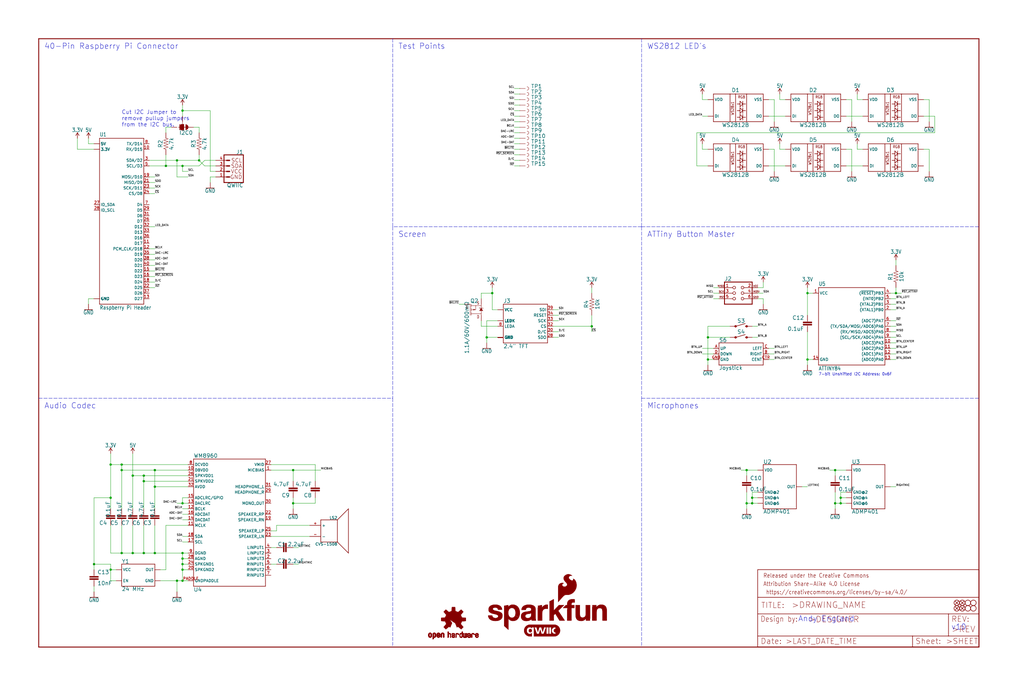
<source format=kicad_sch>
(kicad_sch (version 20211123) (generator eeschema)
  (paper "User" 470.306 317.906)
  (lib_symbols
    (symbol "eagleSchem-eagle-import:0.1UF-0603-25V-(+80{slash}-20%)"
      (property "Reference" "C" (at 1.524 2.921 0))
      (property "Value" "0.1UF-0603-25V-(+80{slash}-20%)" (at 1.524 -2.159 0))
      (symbol "0.1UF-0603-25V-(+80{slash}-20%)_1_0"
        (pin passive line (at 0 5.08 270) (length 2.54) (name "1") (number "1"))
        (pin passive line (at 0 -2.54 90) (length 2.54) (name "2") (number "2"))
      )
    )
    (symbol "eagleSchem-eagle-import:10KOHM-0603-1{slash}10W-1%"
      (property "Reference" "R" (at 0 1.524 0))
      (property "Value" "10KOHM-0603-1{slash}10W-1%" (at 0 -1.524 0))
      (symbol "10KOHM-0603-1{slash}10W-1%_1_0"
        (pin passive line (at -5.08 0 0) (length 2.54) (name "1") (number "1"))
        (pin passive line (at 5.08 0 180) (length 2.54) (name "2") (number "2"))
      )
    )
    (symbol "eagleSchem-eagle-import:10NF-0603-50V-10%"
      (property "Reference" "C" (at 1.524 2.921 0))
      (property "Value" "10NF-0603-50V-10%" (at 1.524 -2.159 0))
      (symbol "10NF-0603-50V-10%_1_0"
        (pin passive line (at 0 5.08 270) (length 2.54) (name "1") (number "1"))
        (pin passive line (at 0 -2.54 90) (length 2.54) (name "2") (number "2"))
      )
    )
    (symbol "eagleSchem-eagle-import:2.2UF-0603-10V-20%"
      (property "Reference" "C" (at 1.524 2.921 0))
      (property "Value" "2.2UF-0603-10V-20%" (at 1.524 -2.159 0))
      (symbol "2.2UF-0603-10V-20%_1_0"
        (pin passive line (at 0 5.08 270) (length 2.54) (name "1") (number "1"))
        (pin passive line (at 0 -2.54 90) (length 2.54) (name "2") (number "2"))
      )
    )
    (symbol "eagleSchem-eagle-import:3.3V" (power)
      (property "Value" "3.3V" (at 0 2.794 0))
      (symbol "3.3V_1_0"
        (pin power_in line (at 0 0 90) (length 2.54) (name "3.3V") (number "1"))
      )
    )
    (symbol "eagleSchem-eagle-import:4.7KOHM-0603-1{slash}10W-1%"
      (property "Reference" "R" (at 0 1.524 0))
      (property "Value" "4.7KOHM-0603-1{slash}10W-1%" (at 0 -1.524 0))
      (symbol "4.7KOHM-0603-1{slash}10W-1%_1_0"
        (pin passive line (at -5.08 0 0) (length 2.54) (name "1") (number "1"))
        (pin passive line (at 5.08 0 180) (length 2.54) (name "2") (number "2"))
      )
    )
    (symbol "eagleSchem-eagle-import:4.7UF-0603-6.3V-(10%)"
      (property "Reference" "C" (at 1.524 2.921 0))
      (property "Value" "4.7UF-0603-6.3V-(10%)" (at 1.524 -2.159 0))
      (symbol "4.7UF-0603-6.3V-(10%)_1_0"
        (pin passive line (at 0 5.08 270) (length 2.54) (name "1") (number "1"))
        (pin passive line (at 0 -2.54 90) (length 2.54) (name "2") (number "2"))
      )
    )
    (symbol "eagleSchem-eagle-import:4DLCD-24-320X240"
      (property "Reference" "J" (at -10.16 10.668 0))
      (property "Value" "4DLCD-24-320X240" (at -10.16 -10.16 0))
      (symbol "4DLCD-24-320X240_1_0"
        (pin bidirectional line (at -12.7 -5.08 0) (length 2.54) (name "GND") (number "1"))
        (pin bidirectional line (at -12.7 -5.08 0) (length 2.54) (name "GND") (number "11"))
        (pin bidirectional line (at -12.7 -5.08 0) (length 2.54) (name "GND") (number "12"))
        (pin bidirectional line (at -12.7 -5.08 0) (length 2.54) (name "GND") (number "13"))
        (pin bidirectional line (at -12.7 -5.08 0) (length 2.54) (name "GND") (number "14"))
        (pin bidirectional line (at -12.7 -5.08 0) (length 2.54) (name "GND") (number "15"))
        (pin bidirectional line (at -12.7 -5.08 0) (length 2.54) (name "GND") (number "16"))
        (pin bidirectional line (at -12.7 -5.08 0) (length 2.54) (name "GND") (number "17"))
        (pin bidirectional line (at -12.7 -5.08 0) (length 2.54) (name "GND") (number "18"))
        (pin bidirectional line (at -12.7 -5.08 0) (length 2.54) (name "GND") (number "19"))
        (pin bidirectional line (at -12.7 -5.08 0) (length 2.54) (name "GND") (number "20"))
        (pin bidirectional line (at -12.7 -5.08 0) (length 2.54) (name "GND") (number "21"))
        (pin bidirectional line (at -12.7 -5.08 0) (length 2.54) (name "GND") (number "22"))
        (pin bidirectional line (at -12.7 -5.08 0) (length 2.54) (name "GND") (number "23"))
        (pin bidirectional line (at -12.7 -5.08 0) (length 2.54) (name "GND") (number "24"))
        (pin bidirectional line (at -12.7 -5.08 0) (length 2.54) (name "GND") (number "25"))
        (pin bidirectional line (at -12.7 -5.08 0) (length 2.54) (name "GND") (number "26"))
        (pin bidirectional line (at -12.7 -5.08 0) (length 2.54) (name "GND") (number "27"))
        (pin bidirectional line (at 12.7 -5.08 180) (length 2.54) (name "SDO") (number "28"))
        (pin bidirectional line (at -12.7 7.62 0) (length 2.54) (name "VCC") (number "29"))
        (pin bidirectional line (at 12.7 -2.54 180) (length 2.54) (name "D/C") (number "30"))
        (pin bidirectional line (at -12.7 7.62 0) (length 2.54) (name "VCC") (number "31"))
        (pin bidirectional line (at 12.7 0 180) (length 2.54) (name "CS") (number "32"))
        (pin bidirectional line (at 12.7 2.54 180) (length 2.54) (name "SCK") (number "33"))
        (pin bidirectional line (at 12.7 5.08 180) (length 2.54) (name "RESET") (number "34"))
        (pin bidirectional line (at -12.7 7.62 0) (length 2.54) (name "VCC") (number "38"))
        (pin bidirectional line (at 12.7 7.62 180) (length 2.54) (name "SDI") (number "39"))
        (pin bidirectional line (at -12.7 2.54 0) (length 2.54) (name "LEDK") (number "4"))
        (pin bidirectional line (at -12.7 -5.08 0) (length 2.54) (name "GND") (number "40"))
        (pin bidirectional line (at -12.7 2.54 0) (length 2.54) (name "LEDK") (number "5"))
        (pin bidirectional line (at -12.7 2.54 0) (length 2.54) (name "LEDK") (number "6"))
        (pin bidirectional line (at -12.7 2.54 0) (length 2.54) (name "LEDK") (number "7"))
        (pin bidirectional line (at -12.7 0 0) (length 2.54) (name "LEDA") (number "8"))
      )
    )
    (symbol "eagleSchem-eagle-import:5V" (power)
      (property "Value" "5V" (at 0 2.794 0))
      (symbol "5V_1_0"
        (pin power_in line (at 0 0 90) (length 2.54) (name "5V") (number "1"))
      )
    )
    (symbol "eagleSchem-eagle-import:ADMP401"
      (property "Reference" "U" (at -7.62 10.414 0))
      (property "Value" "ADMP401" (at -7.62 -10.414 0))
      (symbol "ADMP401_1_0"
        (pin bidirectional line (at 10.16 0 180) (length 2.54) (name "OUT") (number "1"))
        (pin bidirectional line (at -10.16 -2.54 0) (length 2.54) (name "GND@2") (number "2"))
        (pin bidirectional line (at -10.16 -5.08 0) (length 2.54) (name "GND@4") (number "4"))
        (pin bidirectional line (at -10.16 7.62 0) (length 2.54) (name "VDD") (number "5"))
        (pin bidirectional line (at -10.16 -7.62 0) (length 2.54) (name "GND@6") (number "6"))
      )
    )
    (symbol "eagleSchem-eagle-import:ATTINY84"
      (property "Reference" "U" (at -15.24 18.542 0))
      (property "Value" "ATTINY84" (at -15.24 -20.32 0))
      (symbol "ATTINY84_1_0"
        (pin bidirectional line (at -17.78 15.24 0) (length 2.54) (name "VCC") (number "1"))
        (pin bidirectional line (at 17.78 -7.62 180) (length 2.54) (name "(ADC3)PA3") (number "10"))
        (pin bidirectional line (at 17.78 -10.16 180) (length 2.54) (name "(ADC2)PA2") (number "11"))
        (pin bidirectional line (at 17.78 -12.7 180) (length 2.54) (name "(ADC1)PA1") (number "12"))
        (pin bidirectional line (at 17.78 -15.24 180) (length 2.54) (name "(ADC0)PA0") (number "13"))
        (pin bidirectional line (at -17.78 -15.24 0) (length 2.54) (name "GND") (number "14"))
        (pin bidirectional line (at 17.78 7.62 180) (length 2.54) (name "(XTAL1)PB0") (number "2"))
        (pin bidirectional line (at 17.78 10.16 180) (length 2.54) (name "(XTAL2)PB1") (number "3"))
        (pin bidirectional line (at 17.78 15.24 180) (length 2.54) (name "(~{RESET})PB3") (number "4"))
        (pin bidirectional line (at 17.78 12.7 180) (length 2.54) (name "(INT0)PB2") (number "5"))
        (pin bidirectional line (at 17.78 2.54 180) (length 2.54) (name "(ADC7)PA7") (number "6"))
        (pin bidirectional line (at 17.78 0 180) (length 2.54) (name "(TX/SDA/MOSI/ADC6)PA6") (number "7"))
        (pin bidirectional line (at 17.78 -2.54 180) (length 2.54) (name "(RX/MISO/ADC5)PA5") (number "8"))
        (pin bidirectional line (at 17.78 -5.08 180) (length 2.54) (name "(SCL/SCK/ADC4)PA4") (number "9"))
      )
    )
    (symbol "eagleSchem-eagle-import:AVR_SPI_PROG_3X2TESTPOINTS"
      (property "Reference" "J" (at -5.08 5.588 0))
      (property "Value" "AVR_SPI_PROG_3X2TESTPOINTS" (at -5.08 -7.366 0))
      (symbol "AVR_SPI_PROG_3X2TESTPOINTS_1_0"
        (text "GND" (at 8.001 -2.286 0) (effects (font (size 0.8128 0.8128)) (justify left bottom)))
        (text "MISO" (at -5.207 2.794 0) (effects (font (size 0.8128 0.8128)) (justify right bottom)))
        (text "MOSI" (at 8.001 0.254 0) (effects (font (size 0.8128 0.8128)) (justify left bottom)))
        (text "RST" (at -5.08 -2.286 0) (effects (font (size 0.8128 0.8128)) (justify right bottom)))
        (text "SCK" (at -5.207 0.254 0) (effects (font (size 0.8128 0.8128)) (justify right bottom)))
        (text "VCC" (at 8.001 2.794 0) (effects (font (size 0.8128 0.8128)) (justify left bottom)))
        (pin passive inverted (at -7.62 2.54 0) (length 7.62) (name "1") (number "1"))
        (pin passive inverted (at 10.16 2.54 180) (length 7.62) (name "2") (number "2"))
        (pin passive inverted (at -7.62 0 0) (length 7.62) (name "3") (number "3"))
        (pin passive inverted (at 10.16 0 180) (length 7.62) (name "4") (number "4"))
        (pin passive inverted (at -7.62 -2.54 0) (length 7.62) (name "5") (number "5"))
        (pin passive inverted (at 10.16 -2.54 180) (length 7.62) (name "6") (number "6"))
      )
    )
    (symbol "eagleSchem-eagle-import:FIDUCIAL1X2")
    (symbol "eagleSchem-eagle-import:FRAME-LEDGER"
      (symbol "FRAME-LEDGER_2_0"
        (text " https://creativecommons.org/licenses/by-sa/4.0/" (at 2.54 24.13 0) (effects (font (size 1.9304 1.6408)) (justify left bottom)))
        (text ">DESIGNER" (at 23.114 11.176 0) (effects (font (size 2.7432 2.7432)) (justify left bottom)))
        (text ">DRAWING_NAME" (at 15.494 17.78 0) (effects (font (size 2.7432 2.7432)) (justify left bottom)))
        (text ">LAST_DATE_TIME" (at 12.7 1.27 0) (effects (font (size 2.54 2.54)) (justify left bottom)))
        (text ">REV" (at 88.9 6.604 0) (effects (font (size 2.7432 2.7432)) (justify left bottom)))
        (text ">SHEET" (at 86.36 1.27 0) (effects (font (size 2.54 2.54)) (justify left bottom)))
        (text "Attribution Share-Alike 4.0 License" (at 2.54 27.94 0) (effects (font (size 1.9304 1.6408)) (justify left bottom)))
        (text "Date:" (at 1.27 1.27 0) (effects (font (size 2.54 2.54)) (justify left bottom)))
        (text "Design by:" (at 1.27 11.43 0) (effects (font (size 2.54 2.159)) (justify left bottom)))
        (text "Released under the Creative Commons" (at 2.54 31.75 0) (effects (font (size 1.9304 1.6408)) (justify left bottom)))
        (text "REV:" (at 88.9 11.43 0) (effects (font (size 2.54 2.54)) (justify left bottom)))
        (text "Sheet:" (at 72.39 1.27 0) (effects (font (size 2.54 2.54)) (justify left bottom)))
        (text "TITLE:" (at 1.524 17.78 0) (effects (font (size 2.54 2.54)) (justify left bottom)))
      )
    )
    (symbol "eagleSchem-eagle-import:GND" (power)
      (property "Value" "GND" (at 0 -0.254 0))
      (symbol "GND_1_0"
        (pin power_in line (at 0 2.54 270) (length 2.54) (name "GND") (number "1"))
      )
    )
    (symbol "eagleSchem-eagle-import:JOYSTICK_MINI"
      (property "Reference" "S" (at -10.16 5.334 0))
      (property "Value" "JOYSTICK_MINI" (at -10.16 -5.334 0))
      (symbol "JOYSTICK_MINI_1_0"
        (pin bidirectional line (at -12.7 2.54 0) (length 2.54) (name "UP") (number "A"))
        (pin bidirectional line (at 12.7 0 180) (length 2.54) (name "RIGHT") (number "B"))
        (pin bidirectional line (at 12.7 2.54 180) (length 2.54) (name "LEFT") (number "C"))
        (pin bidirectional line (at 12.7 -2.54 180) (length 2.54) (name "CENT") (number "CTR"))
        (pin bidirectional line (at -12.7 0 0) (length 2.54) (name "DOWN") (number "D"))
        (pin bidirectional line (at -12.7 -2.54 0) (length 2.54) (name "GND") (number "GND"))
      )
    )
    (symbol "eagleSchem-eagle-import:JUMPER-SMT_3_2-NC_TRACE_NO-SILK"
      (property "Reference" "JP" (at 2.54 0.381 0))
      (property "Value" "JUMPER-SMT_3_2-NC_TRACE_NO-SILK" (at 2.54 -0.381 0))
      (symbol "JUMPER-SMT_3_2-NC_TRACE_NO-SILK_1_0"
        (pin passive line (at 0 5.08 270) (length 2.54) (name "1") (number "1"))
        (pin passive line (at -5.08 0 0) (length 2.54) (name "2") (number "2"))
        (pin passive line (at 0 -5.08 90) (length 2.54) (name "3") (number "3"))
      )
    )
    (symbol "eagleSchem-eagle-import:MOMENTARY-SWITCH-SPST-SMD-5.2MM-TALL"
      (property "Reference" "S" (at 0 1.524 0))
      (property "Value" "MOMENTARY-SWITCH-SPST-SMD-5.2MM-TALL" (at 0 -0.508 0))
      (symbol "MOMENTARY-SWITCH-SPST-SMD-5.2MM-TALL_1_0"
        (pin passive line (at -5.08 0 0) (length 2.54) (name "1") (number "1"))
        (pin passive line (at 5.08 0 180) (length 2.54) (name "2") (number "3"))
      )
    )
    (symbol "eagleSchem-eagle-import:MOSFET_PCH-SI2309DS"
      (property "Reference" "Q" (at 5.08 0 0))
      (property "Value" "MOSFET_PCH-SI2309DS" (at 5.08 -2.54 0))
      (symbol "MOSFET_PCH-SI2309DS_1_0"
        (text "D" (at 0.508 2.54 0) (effects (font (size 1.27 1.0795)) (justify left bottom)))
        (text "G" (at -3.302 -0.508 0) (effects (font (size 1.27 1.0795)) (justify right top)))
        (text "S" (at 0.508 -3.81 0) (effects (font (size 1.27 1.0795)) (justify left bottom)))
        (pin bidirectional line (at -5.08 -2.54 0) (length 2.54) (name "G") (number "1"))
        (pin bidirectional line (at 2.54 -5.08 90) (length 2.54) (name "S") (number "2"))
        (pin bidirectional line (at 2.54 5.08 270) (length 2.54) (name "D") (number "3"))
      )
    )
    (symbol "eagleSchem-eagle-import:OSCILLATOR-24MHZ"
      (property "Reference" "Y" (at -7.62 5.334 0))
      (property "Value" "OSCILLATOR-24MHZ" (at -7.62 -5.334 0))
      (symbol "OSCILLATOR-24MHZ_1_0"
        (pin bidirectional line (at -10.16 -2.54 0) (length 2.54) (name "EN") (number "1"))
        (pin bidirectional line (at 10.16 -2.54 180) (length 2.54) (name "GND") (number "2"))
        (pin bidirectional line (at 10.16 2.54 180) (length 2.54) (name "OUT") (number "3"))
        (pin bidirectional line (at -10.16 2.54 0) (length 2.54) (name "VCC") (number "4"))
      )
    )
    (symbol "eagleSchem-eagle-import:OSHW-LOGOS")
    (symbol "eagleSchem-eagle-import:QWIIC_CONNECTORJS-1MM"
      (property "Reference" "J" (at -5.08 7.874 0))
      (property "Value" "QWIIC_CONNECTORJS-1MM" (at -5.08 -5.334 0))
      (symbol "QWIIC_CONNECTORJS-1MM_1_0"
        (text "GND" (at -4.572 -2.54 0) (effects (font (size 1.778 1.778)) (justify left)))
        (text "SCL" (at -4.572 5.08 0) (effects (font (size 1.778 1.778)) (justify left)))
        (text "SDA" (at -4.572 2.54 0) (effects (font (size 1.778 1.778)) (justify left)))
        (text "VCC" (at -4.572 0 0) (effects (font (size 1.778 1.778)) (justify left)))
        (pin power_in line (at 7.62 -2.54 180) (length 5.08) (name "1") (number "1"))
        (pin power_in line (at 7.62 0 180) (length 5.08) (name "2") (number "2"))
        (pin passive line (at 7.62 2.54 180) (length 5.08) (name "3") (number "3"))
        (pin passive line (at 7.62 5.08 180) (length 5.08) (name "4") (number "4"))
      )
    )
    (symbol "eagleSchem-eagle-import:QWIIC_LOGO_4MM")
    (symbol "eagleSchem-eagle-import:RASPBERRY_PI_40BTM-NOHOLES"
      (property "Reference" "U" (at -10.16 38.862 0))
      (property "Value" "RASPBERRY_PI_40BTM-NOHOLES" (at -10.16 -40.64 0))
      (symbol "RASPBERRY_PI_40BTM-NOHOLES_1_0"
        (pin bidirectional line (at -12.7 33.02 0) (length 2.54) (name "3.3V") (number "1"))
        (pin bidirectional line (at 12.7 33.02 180) (length 2.54) (name "RX/D15") (number "10"))
        (pin bidirectional line (at 12.7 -10.16 180) (length 2.54) (name "D17") (number "11"))
        (pin bidirectional line (at 12.7 -12.7 180) (length 2.54) (name "PCM_CLK/D18") (number "12"))
        (pin bidirectional line (at 12.7 -35.56 180) (length 2.54) (name "D27") (number "13"))
        (pin bidirectional line (at -12.7 -35.56 0) (length 2.54) (name "GND") (number "14"))
        (pin bidirectional line (at 12.7 -22.86 180) (length 2.54) (name "D22") (number "15"))
        (pin bidirectional line (at 12.7 -25.4 180) (length 2.54) (name "D23") (number "16"))
        (pin bidirectional line (at -12.7 33.02 0) (length 2.54) (name "3.3V") (number "17"))
        (pin bidirectional line (at 12.7 -27.94 180) (length 2.54) (name "D24") (number "18"))
        (pin bidirectional line (at 12.7 20.32 180) (length 2.54) (name "MOSI/D10") (number "19"))
        (pin bidirectional line (at -12.7 35.56 0) (length 2.54) (name "5V") (number "2"))
        (pin bidirectional line (at -12.7 -35.56 0) (length 2.54) (name "GND") (number "20"))
        (pin bidirectional line (at 12.7 17.78 180) (length 2.54) (name "MISO/D9") (number "21"))
        (pin bidirectional line (at 12.7 -30.48 180) (length 2.54) (name "D25") (number "22"))
        (pin bidirectional line (at 12.7 15.24 180) (length 2.54) (name "SCK/D11") (number "23"))
        (pin bidirectional line (at 12.7 12.7 180) (length 2.54) (name "CS/D8") (number "24"))
        (pin bidirectional line (at -12.7 -35.56 0) (length 2.54) (name "GND") (number "25"))
        (pin bidirectional line (at 12.7 0 180) (length 2.54) (name "D7") (number "26"))
        (pin bidirectional line (at -12.7 7.62 0) (length 2.54) (name "ID_SDA") (number "27"))
        (pin bidirectional line (at -12.7 5.08 0) (length 2.54) (name "ID_SCL") (number "28"))
        (pin bidirectional line (at 12.7 5.08 180) (length 2.54) (name "D5") (number "29"))
        (pin bidirectional line (at 12.7 27.94 180) (length 2.54) (name "SDA/D2") (number "3"))
        (pin bidirectional line (at -12.7 -35.56 0) (length 2.54) (name "GND") (number "30"))
        (pin bidirectional line (at 12.7 2.54 180) (length 2.54) (name "D6") (number "31"))
        (pin bidirectional line (at 12.7 -2.54 180) (length 2.54) (name "D12") (number "32"))
        (pin bidirectional line (at 12.7 -5.08 180) (length 2.54) (name "D13") (number "33"))
        (pin bidirectional line (at -12.7 -35.56 0) (length 2.54) (name "GND") (number "34"))
        (pin bidirectional line (at 12.7 -15.24 180) (length 2.54) (name "D19") (number "35"))
        (pin bidirectional line (at 12.7 -7.62 180) (length 2.54) (name "D16") (number "36"))
        (pin bidirectional line (at 12.7 -33.02 180) (length 2.54) (name "D26") (number "37"))
        (pin bidirectional line (at 12.7 -17.78 180) (length 2.54) (name "D20") (number "38"))
        (pin bidirectional line (at -12.7 -35.56 0) (length 2.54) (name "GND") (number "39"))
        (pin bidirectional line (at -12.7 35.56 0) (length 2.54) (name "5V") (number "4"))
        (pin bidirectional line (at 12.7 -20.32 180) (length 2.54) (name "D21") (number "40"))
        (pin bidirectional line (at 12.7 25.4 180) (length 2.54) (name "SCL/D3") (number "5"))
        (pin bidirectional line (at -12.7 -35.56 0) (length 2.54) (name "GND") (number "6"))
        (pin bidirectional line (at 12.7 7.62 180) (length 2.54) (name "D4") (number "7"))
        (pin bidirectional line (at 12.7 35.56 180) (length 2.54) (name "TX/D14") (number "8"))
        (pin bidirectional line (at -12.7 -35.56 0) (length 2.54) (name "GND") (number "9"))
      )
    )
    (symbol "eagleSchem-eagle-import:SFE_LOGO_NAME_FLAME.4_INCH")
    (symbol "eagleSchem-eagle-import:SPEAKERCVS-1508"
      (property "Reference" "LS" (at 2.54 5.334 0))
      (property "Value" "SPEAKERCVS-1508" (at 2.54 -5.334 0))
      (symbol "SPEAKERCVS-1508_1_0"
        (pin bidirectional line (at -10.16 2.54 0) (length 5.08) (name "+") (number "+"))
        (pin bidirectional line (at -10.16 -2.54 0) (length 5.08) (name "-") (number "-"))
      )
    )
    (symbol "eagleSchem-eagle-import:STAND-OFFTIGHT")
    (symbol "eagleSchem-eagle-import:TEST-POINT3X5"
      (property "Reference" "TP" (at -2.54 2.54 0))
      (property "Value" "TEST-POINT3X5" (at -2.54 -2.54 0))
      (symbol "TEST-POINT3X5_1_0"
        (pin bidirectional line (at 0 0 180) (length 0) (name "1") (number "P$1"))
      )
    )
    (symbol "eagleSchem-eagle-import:WM8960"
      (property "Reference" "U" (at -15.24 -33.02 0))
      (property "Value" "WM8960" (at -15.24 28.448 0))
      (symbol "WM8960_1_0"
        (pin bidirectional line (at 20.32 22.86 180) (length 2.54) (name "MICBIAS") (number "1"))
        (pin bidirectional line (at -17.78 22.86 0) (length 2.54) (name "DBVDD") (number "10"))
        (pin bidirectional line (at -17.78 -2.54 0) (length 2.54) (name "MCLK") (number "11"))
        (pin bidirectional line (at -17.78 5.08 0) (length 2.54) (name "BCLK") (number "12"))
        (pin bidirectional line (at -17.78 7.62 0) (length 2.54) (name "DACLRC") (number "13"))
        (pin bidirectional line (at -17.78 0 0) (length 2.54) (name "DACDAT") (number "14"))
        (pin bidirectional line (at -17.78 10.16 0) (length 2.54) (name "ADCLRC/GPIO") (number "15"))
        (pin bidirectional line (at -17.78 2.54 0) (length 2.54) (name "ADCDAT") (number "16"))
        (pin bidirectional line (at -17.78 -10.16 0) (length 2.54) (name "SCL") (number "17"))
        (pin bidirectional line (at -17.78 -7.62 0) (length 2.54) (name "SDA") (number "18"))
        (pin bidirectional line (at 20.32 0 180) (length 2.54) (name "SPEAKER_RN") (number "19"))
        (pin bidirectional line (at 20.32 -17.78 180) (length 2.54) (name "LINPUT3") (number "2"))
        (pin bidirectional line (at -17.78 -22.86 0) (length 2.54) (name "SPKGND2") (number "20"))
        (pin bidirectional line (at -17.78 17.78 0) (length 2.54) (name "SPKVDD2") (number "21"))
        (pin bidirectional line (at 20.32 2.54 180) (length 2.54) (name "SPEAKER_RP") (number "22"))
        (pin bidirectional line (at 20.32 -7.62 180) (length 2.54) (name "SPEAKER_LN") (number "23"))
        (pin bidirectional line (at -17.78 -20.32 0) (length 2.54) (name "SPKGND1") (number "24"))
        (pin bidirectional line (at 20.32 -5.08 180) (length 2.54) (name "SPEAKER_LP") (number "25"))
        (pin bidirectional line (at -17.78 20.32 0) (length 2.54) (name "SPKVDD1") (number "26"))
        (pin bidirectional line (at 20.32 25.4 180) (length 2.54) (name "VMID") (number "27"))
        (pin bidirectional line (at -17.78 -17.78 0) (length 2.54) (name "AGND") (number "28"))
        (pin bidirectional line (at 20.32 12.7 180) (length 2.54) (name "HEADPHONE_R") (number "29"))
        (pin bidirectional line (at 20.32 -15.24 180) (length 2.54) (name "LINPUT2") (number "3"))
        (pin bidirectional line (at 20.32 7.62 180) (length 2.54) (name "MONO_OUT") (number "30"))
        (pin bidirectional line (at 20.32 15.24 180) (length 2.54) (name "HEADPHONE_L") (number "31"))
        (pin bidirectional line (at -17.78 15.24 0) (length 2.54) (name "AVDD") (number "32"))
        (pin bidirectional line (at 20.32 -12.7 180) (length 2.54) (name "LINPUT1") (number "4"))
        (pin bidirectional line (at 20.32 -20.32 180) (length 2.54) (name "RINPUT1") (number "5"))
        (pin bidirectional line (at 20.32 -22.86 180) (length 2.54) (name "RINPUT2") (number "6"))
        (pin bidirectional line (at 20.32 -25.4 180) (length 2.54) (name "RINPUT3") (number "7"))
        (pin bidirectional line (at -17.78 25.4 0) (length 2.54) (name "DCVDD") (number "8"))
        (pin bidirectional line (at -17.78 -15.24 0) (length 2.54) (name "DGND") (number "9"))
        (pin bidirectional line (at -17.78 -27.94 0) (length 2.54) (name "GNDPADDLE") (number "PADDLE"))
      )
    )
    (symbol "eagleSchem-eagle-import:WS2812B"
      (property "Reference" "D" (at -2.54 8.382 0))
      (property "Value" "WS2812B" (at -2.54 -7.62 0))
      (symbol "WS2812B_1_0"
        (text "RGB" (at -1.524 5.5118 0) (effects (font (size 1.27 1.0795)) (justify left bottom)))
        (text "WS28x1" (at -3.175 -2.159 900) (effects (font (size 1.27 1.0795)) (justify left bottom)))
        (pin bidirectional line (at -15.24 5.08 0) (length 2.54) (name "VDD") (number "1"))
        (pin bidirectional line (at 12.7 -2.54 180) (length 2.54) (name "DO") (number "2"))
        (pin bidirectional line (at 12.7 5.08 180) (length 2.54) (name "VSS") (number "3"))
        (pin bidirectional line (at -15.24 -2.54 0) (length 2.54) (name "DI") (number "4"))
      )
    )
  )
  (junction (at 83.82 254))
  (junction (at 71.12 254))
  (junction (at 50.8 261.62))
  (junction (at 83.82 76.2))
  (junction (at 55.88 213.36))
  (junction (at 345.44 231.14))
  (junction (at 43.18 259.08))
  (junction (at 83.82 261.62))
  (junction (at 226.06 134.62))
  (junction (at 91.44 73.66))
  (junction (at 76.2 76.2))
  (junction (at 71.12 223.52))
  (junction (at 223.52 154.94))
  (junction (at 50.8 213.36))
  (junction (at 83.82 259.08))
  (junction (at 370.84 134.62))
  (junction (at 345.44 228.6))
  (junction (at 325.12 154.94))
  (junction (at 411.48 134.62))
  (junction (at 271.78 149.86))
  (junction (at 325.12 165.1))
  (junction (at 66.04 254))
  (junction (at 83.82 231.14))
  (junction (at 60.96 254))
  (junction (at 342.9 215.9))
  (junction (at 342.9 231.14))
  (junction (at 66.04 220.98))
  (junction (at 81.28 73.66))
  (junction (at 370.84 165.1))
  (junction (at 50.8 228.6))
  (junction (at 81.28 266.7))
  (junction (at 386.08 231.14))
  (junction (at 83.82 266.7))
  (junction (at 383.54 215.9))
  (junction (at 383.54 231.14))
  (junction (at 134.62 215.9))
  (junction (at 386.08 228.6))
  (junction (at 60.96 218.44))
  (junction (at 83.82 50.8))
  (junction (at 134.62 231.14))
  (junction (at 66.04 218.44))
  (junction (at 83.82 256.54))
  (junction (at 55.88 254))
  (junction (at 71.12 215.9))
  (junction (at 55.88 215.9))
  (wire (pts (xy 236.22 43.18) (xy 238.76 43.18)))
  (wire (pts (xy 60.96 218.44) (xy 60.96 233.68)))
  (wire (pts (xy 86.36 256.54) (xy 83.82 256.54)))
  (wire (pts (xy 99.06 81.28) (xy 96.52 81.28)))
  (wire (pts (xy 124.46 246.38) (xy 142.24 246.38)))
  (wire (pts (xy 86.36 233.68) (xy 83.82 233.68)))
  (polyline (pts (xy 17.78 182.88) (xy 180.34 182.88)))
  (wire (pts (xy 325.12 165.1) (xy 327.66 165.1)))
  (wire (pts (xy 91.44 58.42) (xy 91.44 60.96)))
  (wire (pts (xy 238.76 66.04) (xy 236.22 66.04)))
  (wire (pts (xy 83.82 266.7) (xy 86.36 266.7)))
  (wire (pts (xy 396.24 53.34) (xy 388.62 53.34)))
  (wire (pts (xy 383.54 218.44) (xy 383.54 215.9)))
  (wire (pts (xy 238.76 76.2) (xy 236.22 76.2)))
  (wire (pts (xy 226.06 134.62) (xy 220.98 134.62)))
  (wire (pts (xy 134.62 215.9) (xy 134.62 220.98)))
  (wire (pts (xy 96.52 78.74) (xy 96.52 50.8)))
  (wire (pts (xy 388.62 226.06) (xy 386.08 226.06)))
  (wire (pts (xy 68.58 114.3) (xy 71.12 114.3)))
  (wire (pts (xy 330.2 132.08) (xy 327.66 132.08)))
  (wire (pts (xy 347.98 132.08) (xy 350.52 132.08)))
  (wire (pts (xy 134.62 215.9) (xy 147.32 215.9)))
  (wire (pts (xy 88.9 58.42) (xy 91.44 58.42)))
  (wire (pts (xy 391.16 68.58) (xy 391.16 78.74)))
  (wire (pts (xy 408.94 142.24) (xy 411.48 142.24)))
  (polyline (pts (xy 294.64 182.88) (xy 449.58 182.88)))
  (wire (pts (xy 83.82 256.54) (xy 83.82 259.08)))
  (wire (pts (xy 238.76 40.64) (xy 236.22 40.64)))
  (wire (pts (xy 408.94 137.16) (xy 411.48 137.16)))
  (wire (pts (xy 66.04 220.98) (xy 86.36 220.98)))
  (wire (pts (xy 99.06 73.66) (xy 93.98 73.66)))
  (wire (pts (xy 76.2 60.96) (xy 76.2 58.42)))
  (wire (pts (xy 238.76 50.8) (xy 236.22 50.8)))
  (wire (pts (xy 86.36 261.62) (xy 83.82 261.62)))
  (wire (pts (xy 368.3 223.52) (xy 370.84 223.52)))
  (wire (pts (xy 322.58 68.58) (xy 322.58 66.04)))
  (wire (pts (xy 408.94 139.7) (xy 411.48 139.7)))
  (wire (pts (xy 238.76 71.12) (xy 236.22 71.12)))
  (wire (pts (xy 127 241.3) (xy 142.24 241.3)))
  (wire (pts (xy 408.94 147.32) (xy 411.48 147.32)))
  (wire (pts (xy 60.96 218.44) (xy 60.96 208.28)))
  (wire (pts (xy 325.12 45.72) (xy 322.58 45.72)))
  (polyline (pts (xy 180.34 104.14) (xy 180.34 182.88)))
  (wire (pts (xy 68.58 104.14) (xy 71.12 104.14)))
  (wire (pts (xy 50.8 259.08) (xy 50.8 261.62)))
  (wire (pts (xy 91.44 76.2) (xy 83.82 76.2)))
  (wire (pts (xy 408.94 162.56) (xy 411.48 162.56)))
  (wire (pts (xy 408.94 134.62) (xy 411.48 134.62)))
  (polyline (pts (xy 180.34 17.78) (xy 180.34 104.14)))
  (wire (pts (xy 238.76 63.5) (xy 236.22 63.5)))
  (wire (pts (xy 408.94 149.86) (xy 411.48 149.86)))
  (wire (pts (xy 429.26 53.34) (xy 429.26 60.96)))
  (wire (pts (xy 81.28 81.28) (xy 86.36 81.28)))
  (wire (pts (xy 370.84 152.4) (xy 370.84 165.1)))
  (wire (pts (xy 238.76 58.42) (xy 236.22 58.42)))
  (polyline (pts (xy 294.64 17.78) (xy 294.64 104.14)))
  (wire (pts (xy 254 152.4) (xy 256.54 152.4)))
  (wire (pts (xy 83.82 228.6) (xy 86.36 228.6)))
  (wire (pts (xy 43.18 68.58) (xy 35.56 68.58)))
  (wire (pts (xy 68.58 116.84) (xy 71.12 116.84)))
  (wire (pts (xy 83.82 236.22) (xy 86.36 236.22)))
  (wire (pts (xy 68.58 83.82) (xy 71.12 83.82)))
  (wire (pts (xy 99.06 76.2) (xy 93.98 76.2)))
  (wire (pts (xy 99.06 78.74) (xy 96.52 78.74)))
  (wire (pts (xy 50.8 213.36) (xy 50.8 228.6)))
  (wire (pts (xy 134.62 231.14) (xy 134.62 228.6)))
  (wire (pts (xy 373.38 134.62) (xy 370.84 134.62)))
  (wire (pts (xy 350.52 137.16) (xy 350.52 139.7)))
  (wire (pts (xy 342.9 218.44) (xy 342.9 215.9)))
  (wire (pts (xy 327.66 162.56) (xy 322.58 162.56)))
  (wire (pts (xy 55.88 215.9) (xy 55.88 213.36)))
  (wire (pts (xy 360.68 53.34) (xy 353.06 53.34)))
  (wire (pts (xy 408.94 157.48) (xy 411.48 157.48)))
  (wire (pts (xy 335.28 154.94) (xy 325.12 154.94)))
  (wire (pts (xy 408.94 154.94) (xy 411.48 154.94)))
  (wire (pts (xy 360.68 68.58) (xy 358.14 68.58)))
  (wire (pts (xy 408.94 160.02) (xy 411.48 160.02)))
  (wire (pts (xy 73.66 266.7) (xy 81.28 266.7)))
  (wire (pts (xy 223.52 154.94) (xy 228.6 154.94)))
  (wire (pts (xy 330.2 134.62) (xy 327.66 134.62)))
  (wire (pts (xy 93.98 76.2) (xy 91.44 73.66)))
  (wire (pts (xy 360.68 45.72) (xy 358.14 45.72)))
  (wire (pts (xy 43.18 228.6) (xy 50.8 228.6)))
  (wire (pts (xy 388.62 228.6) (xy 386.08 228.6)))
  (wire (pts (xy 424.18 68.58) (xy 426.72 68.58)))
  (wire (pts (xy 83.82 261.62) (xy 83.82 266.7)))
  (wire (pts (xy 83.82 48.26) (xy 83.82 50.8)))
  (polyline (pts (xy 294.64 104.14) (xy 449.58 104.14)))
  (wire (pts (xy 68.58 86.36) (xy 71.12 86.36)))
  (wire (pts (xy 393.7 45.72) (xy 393.7 43.18)))
  (wire (pts (xy 55.88 241.3) (xy 55.88 254)))
  (wire (pts (xy 86.36 254) (xy 83.82 254)))
  (wire (pts (xy 43.18 259.08) (xy 50.8 259.08)))
  (wire (pts (xy 134.62 251.46) (xy 137.16 251.46)))
  (wire (pts (xy 81.28 73.66) (xy 91.44 73.66)))
  (wire (pts (xy 144.78 231.14) (xy 134.62 231.14)))
  (wire (pts (xy 353.06 165.1) (xy 355.6 165.1)))
  (wire (pts (xy 342.9 226.06) (xy 342.9 231.14)))
  (wire (pts (xy 83.82 259.08) (xy 83.82 261.62)))
  (wire (pts (xy 43.18 259.08) (xy 43.18 228.6)))
  (wire (pts (xy 86.36 259.08) (xy 83.82 259.08)))
  (wire (pts (xy 86.36 241.3) (xy 76.2 241.3)))
  (wire (pts (xy 220.98 147.32) (xy 220.98 149.86)))
  (wire (pts (xy 254 144.78) (xy 256.54 144.78)))
  (wire (pts (xy 226.06 142.24) (xy 228.6 142.24)))
  (wire (pts (xy 226.06 134.62) (xy 226.06 142.24)))
  (wire (pts (xy 238.76 48.26) (xy 236.22 48.26)))
  (wire (pts (xy 40.64 137.16) (xy 40.64 139.7)))
  (wire (pts (xy 325.12 167.64) (xy 325.12 165.1)))
  (wire (pts (xy 83.82 50.8) (xy 83.82 53.34)))
  (wire (pts (xy 345.44 226.06) (xy 345.44 228.6)))
  (wire (pts (xy 424.18 45.72) (xy 426.72 45.72)))
  (wire (pts (xy 68.58 124.46) (xy 71.12 124.46)))
  (wire (pts (xy 271.78 132.08) (xy 271.78 134.62)))
  (wire (pts (xy 91.44 71.12) (xy 91.44 73.66)))
  (wire (pts (xy 86.36 246.38) (xy 83.82 246.38)))
  (wire (pts (xy 50.8 228.6) (xy 50.8 233.68)))
  (wire (pts (xy 238.76 45.72) (xy 236.22 45.72)))
  (wire (pts (xy 144.78 213.36) (xy 144.78 220.98)))
  (wire (pts (xy 228.6 149.86) (xy 220.98 149.86)))
  (wire (pts (xy 238.76 53.34) (xy 236.22 53.34)))
  (wire (pts (xy 76.2 71.12) (xy 76.2 76.2)))
  (wire (pts (xy 50.8 266.7) (xy 53.34 266.7)))
  (polyline (pts (xy 294.64 104.14) (xy 294.64 182.88)))
  (wire (pts (xy 335.28 149.86) (xy 325.12 149.86)))
  (wire (pts (xy 355.6 68.58) (xy 355.6 78.74)))
  (wire (pts (xy 76.2 261.62) (xy 73.66 261.62)))
  (wire (pts (xy 144.78 228.6) (xy 144.78 231.14)))
  (wire (pts (xy 223.52 154.94) (xy 223.52 157.48)))
  (wire (pts (xy 345.44 149.86) (xy 347.98 149.86)))
  (wire (pts (xy 396.24 68.58) (xy 393.7 68.58)))
  (wire (pts (xy 124.46 213.36) (xy 144.78 213.36)))
  (wire (pts (xy 68.58 88.9) (xy 71.12 88.9)))
  (wire (pts (xy 327.66 160.02) (xy 322.58 160.02)))
  (wire (pts (xy 236.22 68.58) (xy 238.76 68.58)))
  (wire (pts (xy 68.58 132.08) (xy 71.12 132.08)))
  (wire (pts (xy 66.04 254) (xy 60.96 254)))
  (wire (pts (xy 254 147.32) (xy 256.54 147.32)))
  (wire (pts (xy 60.96 254) (xy 55.88 254)))
  (wire (pts (xy 68.58 119.38) (xy 71.12 119.38)))
  (wire (pts (xy 124.46 251.46) (xy 127 251.46)))
  (wire (pts (xy 124.46 215.9) (xy 134.62 215.9)))
  (wire (pts (xy 83.82 254) (xy 83.82 256.54)))
  (wire (pts (xy 347.98 215.9) (xy 342.9 215.9)))
  (wire (pts (xy 370.84 165.1) (xy 370.84 167.64)))
  (wire (pts (xy 220.98 137.16) (xy 220.98 134.62)))
  (polyline (pts (xy 180.34 182.88) (xy 180.34 297.18)))
  (wire (pts (xy 66.04 233.68) (xy 66.04 220.98)))
  (wire (pts (xy 66.04 220.98) (xy 66.04 218.44)))
  (wire (pts (xy 396.24 45.72) (xy 393.7 45.72)))
  (wire (pts (xy 50.8 241.3) (xy 50.8 254)))
  (wire (pts (xy 213.36 139.7) (xy 210.82 139.7)))
  (wire (pts (xy 370.84 132.08) (xy 370.84 134.62)))
  (polyline (pts (xy 294.64 104.14) (xy 180.34 104.14)))
  (wire (pts (xy 68.58 121.92) (xy 71.12 121.92)))
  (wire (pts (xy 350.52 132.08) (xy 350.52 129.54)))
  (wire (pts (xy 124.46 259.08) (xy 127 259.08)))
  (wire (pts (xy 388.62 231.14) (xy 386.08 231.14)))
  (wire (pts (xy 342.9 231.14) (xy 342.9 233.68)))
  (wire (pts (xy 86.36 218.44) (xy 66.04 218.44)))
  (wire (pts (xy 408.94 165.1) (xy 411.48 165.1)))
  (wire (pts (xy 76.2 58.42) (xy 78.74 58.42)))
  (wire (pts (xy 325.12 154.94) (xy 325.12 165.1)))
  (wire (pts (xy 238.76 60.96) (xy 236.22 60.96)))
  (wire (pts (xy 43.18 137.16) (xy 40.64 137.16)))
  (wire (pts (xy 360.68 76.2) (xy 353.06 76.2)))
  (wire (pts (xy 83.82 228.6) (xy 83.82 231.14)))
  (wire (pts (xy 40.64 66.04) (xy 40.64 63.5)))
  (wire (pts (xy 330.2 137.16) (xy 327.66 137.16)))
  (wire (pts (xy 50.8 261.62) (xy 50.8 266.7)))
  (wire (pts (xy 353.06 160.02) (xy 355.6 160.02)))
  (wire (pts (xy 35.56 68.58) (xy 35.56 63.5)))
  (wire (pts (xy 83.82 76.2) (xy 76.2 76.2)))
  (wire (pts (xy 391.16 45.72) (xy 391.16 55.88)))
  (wire (pts (xy 60.96 241.3) (xy 60.96 254)))
  (wire (pts (xy 325.12 53.34) (xy 322.58 53.34)))
  (wire (pts (xy 426.72 45.72) (xy 426.72 55.88)))
  (wire (pts (xy 347.98 137.16) (xy 350.52 137.16)))
  (wire (pts (xy 408.94 152.4) (xy 411.48 152.4)))
  (wire (pts (xy 86.36 248.92) (xy 83.82 248.92)))
  (wire (pts (xy 411.48 134.62) (xy 414.02 134.62)))
  (wire (pts (xy 353.06 162.56) (xy 355.6 162.56)))
  (wire (pts (xy 347.98 231.14) (xy 345.44 231.14)))
  (wire (pts (xy 254 149.86) (xy 271.78 149.86)))
  (wire (pts (xy 411.48 134.62) (xy 411.48 132.08)))
  (wire (pts (xy 386.08 226.06) (xy 386.08 228.6)))
  (wire (pts (xy 55.88 215.9) (xy 55.88 233.68)))
  (wire (pts (xy 127 243.84) (xy 127 241.3)))
  (wire (pts (xy 347.98 226.06) (xy 345.44 226.06)))
  (wire (pts (xy 68.58 127) (xy 71.12 127)))
  (wire (pts (xy 83.82 238.76) (xy 86.36 238.76)))
  (wire (pts (xy 43.18 66.04) (xy 40.64 66.04)))
  (wire (pts (xy 429.26 60.96) (xy 320.04 60.96)))
  (wire (pts (xy 271.78 144.78) (xy 271.78 149.86)))
  (wire (pts (xy 393.7 68.58) (xy 393.7 66.04)))
  (wire (pts (xy 53.34 261.62) (xy 50.8 261.62)))
  (wire (pts (xy 71.12 254) (xy 83.82 254)))
  (wire (pts (xy 345.44 154.94) (xy 347.98 154.94)))
  (wire (pts (xy 81.28 73.66) (xy 81.28 81.28)))
  (wire (pts (xy 345.44 231.14) (xy 342.9 231.14)))
  (wire (pts (xy 383.54 226.06) (xy 383.54 231.14)))
  (wire (pts (xy 388.62 68.58) (xy 391.16 68.58)))
  (wire (pts (xy 134.62 231.14) (xy 134.62 233.68)))
  (wire (pts (xy 76.2 76.2) (xy 68.58 76.2)))
  (wire (pts (xy 325.12 68.58) (xy 322.58 68.58)))
  (wire (pts (xy 226.06 132.08) (xy 226.06 134.62)))
  (wire (pts (xy 424.18 53.34) (xy 429.26 53.34)))
  (wire (pts (xy 66.04 218.44) (xy 60.96 218.44)))
  (wire (pts (xy 71.12 215.9) (xy 55.88 215.9)))
  (wire (pts (xy 228.6 147.32) (xy 223.52 147.32)))
  (wire (pts (xy 83.82 76.2) (xy 83.82 78.74)))
  (wire (pts (xy 373.38 165.1) (xy 370.84 165.1)))
  (wire (pts (xy 383.54 231.14) (xy 383.54 233.68)))
  (wire (pts (xy 55.88 254) (xy 50.8 254)))
  (wire (pts (xy 353.06 68.58) (xy 355.6 68.58)))
  (wire (pts (xy 254 154.94) (xy 256.54 154.94)))
  (wire (pts (xy 68.58 129.54) (xy 71.12 129.54)))
  (wire (pts (xy 355.6 45.72) (xy 355.6 55.88)))
  (wire (pts (xy 81.28 266.7) (xy 83.82 266.7)))
  (wire (pts (xy 93.98 73.66) (xy 91.44 76.2)))
  (wire (pts (xy 236.22 55.88) (xy 238.76 55.88)))
  (wire (pts (xy 325.12 149.86) (xy 325.12 154.94)))
  (wire (pts (xy 386.08 231.14) (xy 383.54 231.14)))
  (polyline (pts (xy 294.64 182.88) (xy 294.64 297.18)))
  (wire (pts (xy 347.98 134.62) (xy 350.52 134.62)))
  (wire (pts (xy 71.12 241.3) (xy 71.12 254)))
  (wire (pts (xy 76.2 241.3) (xy 76.2 261.62)))
  (wire (pts (xy 388.62 215.9) (xy 383.54 215.9)))
  (wire (pts (xy 254 142.24) (xy 256.54 142.24)))
  (wire (pts (xy 353.06 45.72) (xy 355.6 45.72)))
  (wire (pts (xy 86.36 215.9) (xy 71.12 215.9)))
  (wire (pts (xy 68.58 81.28) (xy 71.12 81.28)))
  (wire (pts (xy 396.24 76.2) (xy 388.62 76.2)))
  (wire (pts (xy 370.84 134.62) (xy 370.84 144.78)))
  (wire (pts (xy 83.82 231.14) (xy 86.36 231.14)))
  (wire (pts (xy 66.04 241.3) (xy 66.04 254)))
  (wire (pts (xy 71.12 223.52) (xy 71.12 215.9)))
  (wire (pts (xy 345.44 228.6) (xy 345.44 231.14)))
  (wire (pts (xy 86.36 223.52) (xy 71.12 223.52)))
  (wire (pts (xy 238.76 73.66) (xy 236.22 73.66)))
  (wire (pts (xy 388.62 45.72) (xy 391.16 45.72)))
  (wire (pts (xy 134.62 259.08) (xy 137.16 259.08)))
  (wire (pts (xy 322.58 45.72) (xy 322.58 43.18)))
  (wire (pts (xy 124.46 243.84) (xy 127 243.84)))
  (wire (pts (xy 50.8 213.36) (xy 50.8 208.28)))
  (wire (pts (xy 271.78 149.86) (xy 271.78 152.4)))
  (wire (pts (xy 83.82 78.74) (xy 86.36 78.74)))
  (wire (pts (xy 320.04 60.96) (xy 320.04 76.2)))
  (wire (pts (xy 223.52 147.32) (xy 223.52 154.94)))
  (wire (pts (xy 43.18 261.62) (xy 43.18 259.08)))
  (wire (pts (xy 408.94 223.52) (xy 411.48 223.52)))
  (wire (pts (xy 411.48 119.38) (xy 411.48 121.92)))
  (wire (pts (xy 81.28 231.14) (xy 83.82 231.14)))
  (wire (pts (xy 386.08 228.6) (xy 386.08 231.14)))
  (wire (pts (xy 96.52 50.8) (xy 83.82 50.8)))
  (wire (pts (xy 347.98 228.6) (xy 345.44 228.6)))
  (wire (pts (xy 383.54 215.9) (xy 381 215.9)))
  (wire (pts (xy 358.14 68.58) (xy 358.14 66.04)))
  (wire (pts (xy 86.36 213.36) (xy 55.88 213.36)))
  (wire (pts (xy 43.18 269.24) (xy 43.18 271.78)))
  (wire (pts (xy 71.12 254) (xy 66.04 254)))
  (wire (pts (xy 68.58 73.66) (xy 81.28 73.66)))
  (wire (pts (xy 320.04 76.2) (xy 325.12 76.2)))
  (wire (pts (xy 426.72 68.58) (xy 426.72 78.74)))
  (wire (pts (xy 358.14 45.72) (xy 358.14 43.18)))
  (wire (pts (xy 71.12 223.52) (xy 71.12 233.68)))
  (wire (pts (xy 81.28 271.78) (xy 81.28 266.7)))
  (wire (pts (xy 55.88 213.36) (xy 50.8 213.36)))
  (wire (pts (xy 342.9 215.9) (xy 340.36 215.9)))
  (wire (pts (xy 96.52 81.28) (xy 96.52 83.82)))
  (text "Microphones" (at 297.18 187.96 180) (effects (font (size 2.54 2.54)) (justify left bottom)))
  (text "40-Pin Raspberry Pi Connector" (at 20.32 22.86 180) (effects (font (size 2.54 2.54)) (justify left bottom)))
  (text "v10" (at 436.88 289.56 180) (effects (font (size 2.54 2.54)) (justify left bottom)))
  (text "Audio Codec" (at 20.32 187.96 180) (effects (font (size 2.54 2.54)) (justify left bottom)))
  (text "7-bit Unshifted I2C Address: 0x6F" (at 375.92 172.72 180) (effects (font (size 1.27 1.27)) (justify left bottom)))
  (text "Test Points" (at 182.88 22.86 180) (effects (font (size 2.54 2.54)) (justify left bottom)))
  (text "Cut I2C Jumper to\nremove pullup jumpers\nfrom the I2C bus." (at 55.88 58.42 0) (effects (font (size 1.778 1.778)) (justify left bottom)))
  (text "WS2812 LED's" (at 297.18 22.86 180) (effects (font (size 2.54 2.54)) (justify left bottom)))
  (text "Andy England" (at 366.522 285.75 180) (effects (font (size 2.54 2.54)) (justify left bottom)))
  (text "ATTiny Button Master" (at 297.18 109.22 180) (effects (font (size 2.54 2.54)) (justify left bottom)))
  (text "Screen" (at 182.88 109.22 180) (effects (font (size 2.54 2.54)) (justify left bottom)))
  (label "D/C" (at 256.54 152.4 0) (effects (font (size 0.889 0.889))))
  (label "~{CS}" (at 271.78 152.4 0) (effects (font (size 0.889 0.889))))
  (label "~{CS}" (at 71.12 88.9 0) (effects (font (size 0.889 0.889))))
  (label "LEFTMIC" (at 137.16 251.46 0) (effects (font (size 0.889 0.889))))
  (label "~{BKLITE}" (at 210.82 139.7 180) (effects (font (size 0.889 0.889))))
  (label "ADC-DAT" (at 71.12 119.38 0) (effects (font (size 0.889 0.889))))
  (label "SCK" (at 256.54 147.32 0) (effects (font (size 0.889 0.889))))
  (label "LEFTMIC" (at 370.84 223.52 0) (effects (font (size 0.889 0.889))))
  (label "BTN_RIGHT" (at 355.6 162.56 0) (effects (font (size 0.889 0.889))))
  (label "~{BKLITE}" (at 236.22 68.58 180) (effects (font (size 0.889 0.889))))
  (label "RIGHTMIC" (at 137.16 259.08 0) (effects (font (size 0.889 0.889))))
  (label "BTN_CENTER" (at 355.6 165.1 0) (effects (font (size 0.889 0.889))))
  (label "BTN_LEFT" (at 355.6 160.02 0) (effects (font (size 0.889 0.889))))
  (label "D/C" (at 236.22 73.66 180) (effects (font (size 0.889 0.889))))
  (label "SDO" (at 71.12 83.82 0) (effects (font (size 0.889 0.889))))
  (label "BTN_A" (at 411.48 142.24 0) (effects (font (size 0.889 0.889))))
  (label "DAC-DAT" (at 71.12 121.92 0) (effects (font (size 0.889 0.889))))
  (label "D/C" (at 71.12 129.54 0) (effects (font (size 0.889 0.889))))
  (label "~{CS}" (at 236.22 53.34 180) (effects (font (size 0.889 0.889))))
  (label "BTN_B" (at 347.98 154.94 0) (effects (font (size 0.889 0.889))))
  (label "DAC-DAT" (at 236.22 66.04 180) (effects (font (size 0.889 0.889))))
  (label "BTN_DOWN" (at 411.48 165.1 0) (effects (font (size 0.889 0.889))))
  (label "BTN_UP" (at 411.48 160.02 0) (effects (font (size 0.889 0.889))))
  (label "BCLK" (at 236.22 58.42 180) (effects (font (size 0.889 0.889))))
  (label "BTN_UP" (at 322.58 160.02 180) (effects (font (size 0.889 0.889))))
  (label "ADC-DAT" (at 236.22 63.5 180) (effects (font (size 0.889 0.889))))
  (label "BTN_A" (at 347.98 149.86 0) (effects (font (size 0.889 0.889))))
  (label "MICBIAS" (at 147.32 215.9 0) (effects (font (size 0.889 0.889))))
  (label "SCL" (at 83.82 248.92 180) (effects (font (size 0.889 0.889))))
  (label "MICBIAS" (at 340.36 215.9 180) (effects (font (size 0.889 0.889))))
  (label "DAC-LRC" (at 81.28 231.14 180) (effects (font (size 0.889 0.889))))
  (label "DAC-DAT" (at 83.82 238.76 180) (effects (font (size 0.889 0.889))))
  (label "SDA" (at 83.82 246.38 180) (effects (font (size 0.889 0.889))))
  (label "MICBIAS" (at 381 215.9 180) (effects (font (size 0.889 0.889))))
  (label "SDA" (at 86.36 81.28 0) (effects (font (size 0.889 0.889))))
  (label "~{RST_SCREEN}" (at 236.22 71.12 180) (effects (font (size 0.889 0.889))))
  (label "BTN_RIGHT" (at 411.48 162.56 0) (effects (font (size 0.889 0.889))))
  (label "SDA" (at 350.52 134.62 0) (effects (font (size 0.889 0.889))))
  (label "SCL" (at 86.36 78.74 0) (effects (font (size 0.889 0.889))))
  (label "BTN_LEFT" (at 411.48 137.16 0) (effects (font (size 0.889 0.889))))
  (label "LED_DATA" (at 71.12 104.14 0) (effects (font (size 0.889 0.889))))
  (label "ADC-DAT" (at 83.82 236.22 180) (effects (font (size 0.889 0.889))))
  (label "BTN_DOWN" (at 322.58 162.56 180) (effects (font (size 0.889 0.889))))
  (label "~{INT}" (at 236.22 76.2 180) (effects (font (size 0.889 0.889))))
  (label "SCK" (at 236.22 50.8 180) (effects (font (size 0.889 0.889))))
  (label "LED_DATA" (at 236.22 55.88 180) (effects (font (size 0.889 0.889))))
  (label "SDO" (at 236.22 48.26 180) (effects (font (size 0.889 0.889))))
  (label "~{BKLITE}" (at 71.12 124.46 0) (effects (font (size 0.889 0.889))))
  (label "SDI" (at 236.22 45.72 180) (effects (font (size 0.889 0.889))))
  (label "BCLK" (at 71.12 114.3 0) (effects (font (size 0.889 0.889))))
  (label "DAC-LRC" (at 71.12 116.84 0) (effects (font (size 0.889 0.889))))
  (label "~{INT}" (at 411.48 147.32 0) (effects (font (size 0.889 0.889))))
  (label "SCK" (at 71.12 86.36 0) (effects (font (size 0.889 0.889))))
  (label "SDO" (at 256.54 154.94 0) (effects (font (size 0.889 0.889))))
  (label "LED_DATA" (at 322.58 53.34 180) (effects (font (size 0.889 0.889))))
  (label "BCLK" (at 83.82 233.68 180) (effects (font (size 0.889 0.889))))
  (label "BTN_B" (at 411.48 139.7 0) (effects (font (size 0.889 0.889))))
  (label "SDI" (at 71.12 81.28 0) (effects (font (size 0.889 0.889))))
  (label "SCL" (at 411.48 154.94 0) (effects (font (size 0.889 0.889))))
  (label "SCL" (at 327.66 134.62 180) (effects (font (size 0.889 0.889))))
  (label "~{RST_ATTINY}" (at 327.66 137.16 180) (effects (font (size 0.889 0.889))))
  (label "~{RST_SCREEN}" (at 71.12 127 0) (effects (font (size 0.889 0.889))))
  (label "~{RST_SCREEN}" (at 256.54 144.78 0) (effects (font (size 0.889 0.889))))
  (label "~{RST_ATTINY}" (at 414.02 134.62 0) (effects (font (size 0.889 0.889))))
  (label "BTN_CENTER" (at 411.48 157.48 0) (effects (font (size 0.889 0.889))))
  (label "MISO" (at 411.48 152.4 0) (effects (font (size 0.889 0.889))))
  (label "SDA" (at 236.22 43.18 180) (effects (font (size 0.889 0.889))))
  (label "~{INT}" (at 71.12 132.08 0) (effects (font (size 0.889 0.889))))
  (label "SDA" (at 411.48 149.86 0) (effects (font (size 0.889 0.889))))
  (label "RIGHTMIC" (at 411.48 223.52 0) (effects (font (size 0.889 0.889))))
  (label "SDI" (at 256.54 142.24 0) (effects (font (size 0.889 0.889))))
  (label "DAC-LRC" (at 236.22 60.96 180) (effects (font (size 0.889 0.889))))
  (label "MISO" (at 327.66 132.08 180) (effects (font (size 0.889 0.889))))
  (label "SCL" (at 236.22 40.64 180) (effects (font (size 0.889 0.889))))
  (symbol (lib_id "eagleSchem-eagle-import:10NF-0603-50V-10%") (at 43.18 266.7 0) (unit 1)
    (property "Reference" "C13" (at 44.704 263.779 0) (effects (font (size 1.778 1.778)) (justify left bottom)))
    (property "Value" "10nF" (at 44.704 268.859 0) (effects (font (size 1.778 1.778)) (justify left bottom)))
    (property "Footprint" "eagleSchem:0603" (effects hide))
  )
  (symbol (lib_id "eagleSchem-eagle-import:OSCILLATOR-24MHZ") (at 63.5 264.16 0) (unit 1)
    (property "Reference" "Y1" (at 55.88 258.826 0) (effects (font (size 1.778 1.778)) (justify left bottom)))
    (property "Value" "24 MHz" (at 55.88 269.494 0) (effects (font (size 1.778 1.778)) (justify left top)))
    (property "Footprint" "eagleSchem:RESONATOR-SMD-3.2X2.5" (effects hide))
  )
  (symbol (lib_id "eagleSchem-eagle-import:MOMENTARY-SWITCH-SPST-SMD-5.2MM-TALL") (at 340.36 154.94 0) (unit 1)
    (property "Reference" "S4" (at 340.36 153.416 0) (effects (font (size 1.778 1.778)) (justify bottom)))
    (property "Value" "MOMENTARY-SWITCH-SPST-SMD-5.2MM-TALL" (effects hide))
    (property "Footprint" "eagleSchem:TACTILE_SWITCH_SMD_5.2MM" (effects hide))
  )
  (symbol (lib_id "eagleSchem-eagle-import:0.1UF-0603-25V-(+80{slash}-20%)") (at 71.12 236.22 180) (unit 1)
    (property "Reference" "C3" (at 69.596 239.141 0) (effects (font (size 1.778 1.778)) (justify left bottom)))
    (property "Value" "0.1uF" (at 68.961 230.124 90) (effects (font (size 1.778 1.778)) (justify left bottom)))
    (property "Footprint" "eagleSchem:0603" (effects hide))
  )
  (symbol (lib_id "eagleSchem-eagle-import:SPEAKERCVS-1508") (at 152.4 243.84 0) (unit 1)
    (property "Reference" "LS2" (at 154.94 238.506 0) (effects (justify right bottom)))
    (property "Value" "CVS-1508" (at 154.94 249.174 0) (effects (justify right top)))
    (property "Footprint" "eagleSchem:CVS-1508_PCBSPKR" (effects hide))
  )
  (symbol (lib_id "eagleSchem-eagle-import:STAND-OFFTIGHT") (at 447.04 276.86 0) (unit 1)
    (property "Reference" "H2" (effects hide))
    (property "Value" "STAND-OFFTIGHT" (effects hide))
    (property "Footprint" "eagleSchem:STAND-OFF-TIGHT" (effects hide))
  )
  (symbol (lib_id "eagleSchem-eagle-import:WS2812B") (at 340.36 73.66 0) (unit 1)
    (property "Reference" "D4" (at 337.82 65.278 0) (effects (font (size 1.778 1.778)) (justify bottom)))
    (property "Value" "WS2812B" (at 337.82 81.28 0) (effects (font (size 1.778 1.778)) (justify bottom)))
    (property "Footprint" "eagleSchem:WS2812B" (effects hide))
  )
  (symbol (lib_id "eagleSchem-eagle-import:WS2812B") (at 411.48 73.66 0) (unit 1)
    (property "Reference" "D6" (at 408.94 65.278 0) (effects (font (size 1.778 1.778)) (justify bottom)))
    (property "Value" "WS2812B" (at 408.94 81.28 0) (effects (font (size 1.778 1.778)) (justify bottom)))
    (property "Footprint" "eagleSchem:WS2812B" (effects hide))
  )
  (symbol (lib_id "eagleSchem-eagle-import:4.7UF-0603-6.3V-(10%)") (at 60.96 236.22 180) (unit 1)
    (property "Reference" "C7" (at 59.436 239.141 0) (effects (font (size 1.778 1.778)) (justify left bottom)))
    (property "Value" "4.7uF" (at 58.801 230.124 90) (effects (font (size 1.778 1.778)) (justify left bottom)))
    (property "Footprint" "eagleSchem:0603" (effects hide))
  )
  (symbol (lib_id "eagleSchem-eagle-import:4.7KOHM-0603-1{slash}10W-1%") (at 91.44 66.04 90) (unit 1)
    (property "Reference" "R3" (at 89.916 66.04 0) (effects (font (size 1.778 1.778)) (justify bottom)))
    (property "Value" "4.7k" (at 92.964 66.04 0) (effects (font (size 1.778 1.778)) (justify top)))
    (property "Footprint" "eagleSchem:0603" (effects hide))
  )
  (symbol (lib_id "eagleSchem-eagle-import:WS2812B") (at 375.92 50.8 0) (unit 1)
    (property "Reference" "D2" (at 373.38 42.418 0) (effects (font (size 1.778 1.778)) (justify bottom)))
    (property "Value" "WS2812B" (at 373.38 58.42 0) (effects (font (size 1.778 1.778)) (justify bottom)))
    (property "Footprint" "eagleSchem:WS2812B" (effects hide))
  )
  (symbol (lib_id "eagleSchem-eagle-import:MOSFET_PCH-SI2309DS") (at 218.44 142.24 0) (mirror x) (unit 1)
    (property "Reference" "Q2" (at 215.9 137.16 0) (effects (font (size 1.778 1.778)) (justify left bottom)))
    (property "Value" "1.1A/60V/600mΩ" (at 213.36 162.56 90) (effects (font (size 1.778 1.778)) (justify right top)))
    (property "Footprint" "eagleSchem:SOT23-3" (effects hide))
  )
  (symbol (lib_id "eagleSchem-eagle-import:STAND-OFFTIGHT") (at 444.5 276.86 0) (unit 1)
    (property "Reference" "H1" (effects hide))
    (property "Value" "STAND-OFFTIGHT" (effects hide))
    (property "Footprint" "eagleSchem:STAND-OFF-TIGHT" (effects hide))
  )
  (symbol (lib_id "eagleSchem-eagle-import:GND") (at 43.18 274.32 0) (unit 1)
    (property "Reference" "#GND10" (effects hide))
    (property "Value" "GND" (at 43.18 274.574 0) (effects (font (size 1.778 1.5113)) (justify top)))
    (property "Footprint" "eagleSchem:" (effects hide))
  )
  (symbol (lib_id "eagleSchem-eagle-import:GND") (at 426.72 81.28 0) (mirror y) (unit 1)
    (property "Reference" "#GND8" (effects hide))
    (property "Value" "GND" (at 426.72 81.534 0) (effects (font (size 1.778 1.5113)) (justify top)))
    (property "Footprint" "eagleSchem:" (effects hide))
  )
  (symbol (lib_id "eagleSchem-eagle-import:FIDUCIAL1X2") (at 441.96 276.86 0) (unit 1)
    (property "Reference" "FD1" (effects hide))
    (property "Value" "FIDUCIAL1X2" (effects hide))
    (property "Footprint" "eagleSchem:FIDUCIAL-1X2" (effects hide))
  )
  (symbol (lib_id "eagleSchem-eagle-import:2.2UF-0603-10V-20%") (at 132.08 259.08 90) (unit 1)
    (property "Reference" "C2" (at 127.381 258.572 90) (effects (font (size 1.778 1.778)) (justify right top)))
    (property "Value" "2.2uF" (at 131.953 258.699 90) (effects (font (size 1.778 1.778)) (justify right top)))
    (property "Footprint" "eagleSchem:0603" (effects hide))
  )
  (symbol (lib_id "eagleSchem-eagle-import:TEST-POINT3X5") (at 238.76 60.96 0) (unit 1)
    (property "Reference" "TP9" (at 243.84 60.96 0) (effects (font (size 1.778 1.778)) (justify left bottom)))
    (property "Value" "TEST-POINT3X5" (effects hide))
    (property "Footprint" "eagleSchem:PAD.03X.05" (effects hide))
  )
  (symbol (lib_id "eagleSchem-eagle-import:5V") (at 393.7 43.18 0) (unit 1)
    (property "Reference" "#SUPPLY6" (effects hide))
    (property "Value" "5V" (at 393.7 40.386 0) (effects (font (size 1.778 1.5113)) (justify bottom)))
    (property "Footprint" "eagleSchem:" (effects hide))
  )
  (symbol (lib_id "eagleSchem-eagle-import:RASPBERRY_PI_40BTM-NOHOLES") (at 55.88 101.6 0) (unit 1)
    (property "Reference" "U1" (at 45.72 62.738 0) (effects (font (size 1.778 1.5113)) (justify left bottom)))
    (property "Value" "Raspberry Pi Header" (at 45.72 142.24 0) (effects (font (size 1.778 1.5113)) (justify left bottom)))
    (property "Footprint" "eagleSchem:RASPBERRY_PI_SHIELD_BOTTOM_ENTRY_NOHOLES" (effects hide))
  )
  (symbol (lib_id "eagleSchem-eagle-import:MOMENTARY-SWITCH-SPST-SMD-5.2MM-TALL") (at 340.36 149.86 0) (unit 1)
    (property "Reference" "S3" (at 340.36 148.336 0) (effects (font (size 1.778 1.778)) (justify bottom)))
    (property "Value" "MOMENTARY-SWITCH-SPST-SMD-5.2MM-TALL" (effects hide))
    (property "Footprint" "eagleSchem:TACTILE_SWITCH_SMD_5.2MM" (effects hide))
  )
  (symbol (lib_id "eagleSchem-eagle-import:0.1UF-0603-25V-(+80{slash}-20%)") (at 370.84 149.86 0) (mirror y) (unit 1)
    (property "Reference" "C12" (at 369.316 146.939 0) (effects (font (size 1.778 1.778)) (justify left bottom)))
    (property "Value" "0.1uF" (at 369.316 152.019 0) (effects (font (size 1.778 1.778)) (justify left bottom)))
    (property "Footprint" "eagleSchem:0603" (effects hide))
  )
  (symbol (lib_id "eagleSchem-eagle-import:FIDUCIAL1X2") (at 439.42 276.86 0) (unit 1)
    (property "Reference" "FD2" (effects hide))
    (property "Value" "FIDUCIAL1X2" (effects hide))
    (property "Footprint" "eagleSchem:FIDUCIAL-1X2" (effects hide))
  )
  (symbol (lib_id "eagleSchem-eagle-import:TEST-POINT3X5") (at 238.76 73.66 0) (unit 1)
    (property "Reference" "TP14" (at 243.84 73.66 0) (effects (font (size 1.778 1.778)) (justify left bottom)))
    (property "Value" "TEST-POINT3X5" (effects hide))
    (property "Footprint" "eagleSchem:PAD.03X.05" (effects hide))
  )
  (symbol (lib_id "eagleSchem-eagle-import:GND") (at 40.64 142.24 0) (unit 1)
    (property "Reference" "#GND1" (effects hide))
    (property "Value" "GND" (at 40.64 142.494 0) (effects (font (size 1.778 1.5113)) (justify top)))
    (property "Footprint" "eagleSchem:" (effects hide))
  )
  (symbol (lib_id "eagleSchem-eagle-import:AVR_SPI_PROG_3X2TESTPOINTS") (at 337.82 134.62 0) (unit 1)
    (property "Reference" "J2" (at 332.74 129.032 0) (effects (font (size 1.778 1.778)) (justify left bottom)))
    (property "Value" "AVR_SPI_PROG_3X2TESTPOINTS" (effects hide))
    (property "Footprint" "eagleSchem:2X3_TEST_POINTS" (effects hide))
  )
  (symbol (lib_id "eagleSchem-eagle-import:GND") (at 81.28 274.32 0) (unit 1)
    (property "Reference" "#GND18" (effects hide))
    (property "Value" "GND" (at 81.28 274.574 0) (effects (font (size 1.778 1.5113)) (justify top)))
    (property "Footprint" "eagleSchem:" (effects hide))
  )
  (symbol (lib_id "eagleSchem-eagle-import:WS2812B") (at 411.48 50.8 0) (unit 1)
    (property "Reference" "D3" (at 408.94 42.418 0) (effects (font (size 1.778 1.778)) (justify bottom)))
    (property "Value" "WS2812B" (at 408.94 58.42 0) (effects (font (size 1.778 1.778)) (justify bottom)))
    (property "Footprint" "eagleSchem:WS2812B" (effects hide))
  )
  (symbol (lib_id "eagleSchem-eagle-import:0.1UF-0603-25V-(+80{slash}-20%)") (at 342.9 223.52 0) (unit 1)
    (property "Reference" "C10" (at 344.424 220.599 0) (effects (font (size 1.778 1.778)) (justify left bottom)))
    (property "Value" "0.1uF" (at 344.424 225.679 0) (effects (font (size 1.778 1.778)) (justify left bottom)))
    (property "Footprint" "eagleSchem:0603" (effects hide))
  )
  (symbol (lib_id "eagleSchem-eagle-import:TEST-POINT3X5") (at 238.76 71.12 0) (unit 1)
    (property "Reference" "TP13" (at 243.84 71.12 0) (effects (font (size 1.778 1.778)) (justify left bottom)))
    (property "Value" "TEST-POINT3X5" (effects hide))
    (property "Footprint" "eagleSchem:PAD.03X.05" (effects hide))
  )
  (symbol (lib_id "eagleSchem-eagle-import:10KOHM-0603-1{slash}10W-1%") (at 271.78 139.7 90) (unit 1)
    (property "Reference" "R4" (at 270.256 139.7 0) (effects (font (size 1.778 1.778)) (justify bottom)))
    (property "Value" "10k" (at 273.304 139.7 0) (effects (font (size 1.778 1.778)) (justify top)))
    (property "Footprint" "eagleSchem:0603" (effects hide))
  )
  (symbol (lib_id "eagleSchem-eagle-import:10KOHM-0603-1{slash}10W-1%") (at 411.48 127 90) (unit 1)
    (property "Reference" "R1" (at 409.956 127 0) (effects (font (size 1.778 1.778)) (justify bottom)))
    (property "Value" "10k" (at 413.004 127 0) (effects (font (size 1.778 1.778)) (justify top)))
    (property "Footprint" "eagleSchem:0603" (effects hide))
  )
  (symbol (lib_id "eagleSchem-eagle-import:TEST-POINT3X5") (at 238.76 43.18 0) (unit 1)
    (property "Reference" "TP2" (at 243.84 43.18 0) (effects (font (size 1.778 1.778)) (justify left bottom)))
    (property "Value" "TEST-POINT3X5" (effects hide))
    (property "Footprint" "eagleSchem:PAD.03X.05" (effects hide))
  )
  (symbol (lib_id "eagleSchem-eagle-import:3.3V") (at 83.82 48.26 0) (mirror y) (unit 1)
    (property "Reference" "#SUPPLY19" (effects hide))
    (property "Value" "3.3V" (at 83.82 45.466 0) (effects (font (size 1.778 1.5113)) (justify bottom)))
    (property "Footprint" "eagleSchem:" (effects hide))
  )
  (symbol (lib_id "eagleSchem-eagle-import:STAND-OFFTIGHT") (at 447.04 279.4 0) (unit 1)
    (property "Reference" "H4" (effects hide))
    (property "Value" "STAND-OFFTIGHT" (effects hide))
    (property "Footprint" "eagleSchem:STAND-OFF-TIGHT" (effects hide))
  )
  (symbol (lib_id "eagleSchem-eagle-import:4.7UF-0603-6.3V-(10%)") (at 134.62 223.52 180) (unit 1)
    (property "Reference" "C9" (at 133.096 226.441 0) (effects (font (size 1.778 1.778)) (justify left bottom)))
    (property "Value" "4.7uF" (at 133.096 221.361 0) (effects (font (size 1.778 1.778)) (justify left bottom)))
    (property "Footprint" "eagleSchem:0603" (effects hide))
  )
  (symbol (lib_id "eagleSchem-eagle-import:GND") (at 96.52 86.36 0) (mirror y) (unit 1)
    (property "Reference" "#GND2" (effects hide))
    (property "Value" "GND" (at 96.52 86.614 0) (effects (font (size 1.778 1.5113)) (justify top)))
    (property "Footprint" "eagleSchem:" (effects hide))
  )
  (symbol (lib_id "eagleSchem-eagle-import:GND") (at 383.54 236.22 0) (unit 1)
    (property "Reference" "#GND14" (effects hide))
    (property "Value" "GND" (at 383.54 236.474 0) (effects (font (size 1.778 1.5113)) (justify top)))
    (property "Footprint" "eagleSchem:" (effects hide))
  )
  (symbol (lib_id "eagleSchem-eagle-import:TEST-POINT3X5") (at 238.76 68.58 0) (unit 1)
    (property "Reference" "TP12" (at 243.84 68.58 0) (effects (font (size 1.778 1.778)) (justify left bottom)))
    (property "Value" "TEST-POINT3X5" (effects hide))
    (property "Footprint" "eagleSchem:PAD.03X.05" (effects hide))
  )
  (symbol (lib_id "eagleSchem-eagle-import:5V") (at 393.7 66.04 0) (unit 1)
    (property "Reference" "#SUPPLY8" (effects hide))
    (property "Value" "5V" (at 393.7 63.246 0) (effects (font (size 1.778 1.5113)) (justify bottom)))
    (property "Footprint" "eagleSchem:" (effects hide))
  )
  (symbol (lib_id "eagleSchem-eagle-import:GND") (at 325.12 170.18 0) (unit 1)
    (property "Reference" "#GND17" (effects hide))
    (property "Value" "GND" (at 325.12 170.434 0) (effects (font (size 1.778 1.5113)) (justify top)))
    (property "Footprint" "eagleSchem:" (effects hide))
  )
  (symbol (lib_id "eagleSchem-eagle-import:QWIIC_LOGO_4MM") (at 248.92 289.56 0) (unit 1)
    (property "Reference" "LOGO3" (effects hide))
    (property "Value" "QWIIC_LOGO_4MM" (effects hide))
    (property "Footprint" "eagleSchem:QWIIC_4MM" (effects hide))
  )
  (symbol (lib_id "eagleSchem-eagle-import:5V") (at 322.58 43.18 0) (unit 1)
    (property "Reference" "#SUPPLY4" (effects hide))
    (property "Value" "5V" (at 322.58 40.386 0) (effects (font (size 1.778 1.5113)) (justify bottom)))
    (property "Footprint" "eagleSchem:" (effects hide))
  )
  (symbol (lib_id "eagleSchem-eagle-import:FIDUCIAL1X2") (at 441.96 279.4 0) (unit 1)
    (property "Reference" "FD4" (effects hide))
    (property "Value" "FIDUCIAL1X2" (effects hide))
    (property "Footprint" "eagleSchem:FIDUCIAL-1X2" (effects hide))
  )
  (symbol (lib_id "eagleSchem-eagle-import:3.3V") (at 411.48 119.38 0) (mirror y) (unit 1)
    (property "Reference" "#SUPPLY16" (effects hide))
    (property "Value" "3.3V" (at 411.48 116.586 0) (effects (font (size 1.778 1.5113)) (justify bottom)))
    (property "Footprint" "eagleSchem:" (effects hide))
  )
  (symbol (lib_id "eagleSchem-eagle-import:QWIIC_CONNECTORJS-1MM") (at 106.68 78.74 0) (mirror y) (unit 1)
    (property "Reference" "J1" (at 111.76 70.866 0) (effects (font (size 1.778 1.778)) (justify left bottom)))
    (property "Value" "QWIIC" (at 104.14 86.106 0) (effects (font (size 1.778 1.778)) (justify right bottom)))
    (property "Footprint" "eagleSchem:JST04_1MM_RA" (effects hide))
  )
  (symbol (lib_id "eagleSchem-eagle-import:TEST-POINT3X5") (at 238.76 76.2 0) (unit 1)
    (property "Reference" "TP15" (at 243.84 76.2 0) (effects (font (size 1.778 1.778)) (justify left bottom)))
    (property "Value" "TEST-POINT3X5" (effects hide))
    (property "Footprint" "eagleSchem:PAD.03X.05" (effects hide))
  )
  (symbol (lib_id "eagleSchem-eagle-import:WS2812B") (at 340.36 50.8 0) (unit 1)
    (property "Reference" "D1" (at 337.82 42.418 0) (effects (font (size 1.778 1.778)) (justify bottom)))
    (property "Value" "WS2812B" (at 337.82 58.42 0) (effects (font (size 1.778 1.778)) (justify bottom)))
    (property "Footprint" "eagleSchem:WS2812B" (effects hide))
  )
  (symbol (lib_id "eagleSchem-eagle-import:3.3V") (at 350.52 129.54 0) (mirror y) (unit 1)
    (property "Reference" "#SUPPLY17" (effects hide))
    (property "Value" "3.3V" (at 350.52 126.746 0) (effects (font (size 1.778 1.5113)) (justify bottom)))
    (property "Footprint" "eagleSchem:" (effects hide))
  )
  (symbol (lib_id "eagleSchem-eagle-import:4.7UF-0603-6.3V-(10%)") (at 144.78 223.52 180) (unit 1)
    (property "Reference" "C8" (at 143.256 226.441 0) (effects (font (size 1.778 1.778)) (justify left bottom)))
    (property "Value" "4.7uF" (at 143.256 221.361 0) (effects (font (size 1.778 1.778)) (justify left bottom)))
    (property "Footprint" "eagleSchem:0603" (effects hide))
  )
  (symbol (lib_id "eagleSchem-eagle-import:TEST-POINT3X5") (at 238.76 63.5 0) (unit 1)
    (property "Reference" "TP10" (at 243.84 63.5 0) (effects (font (size 1.778 1.778)) (justify left bottom)))
    (property "Value" "TEST-POINT3X5" (effects hide))
    (property "Footprint" "eagleSchem:PAD.03X.05" (effects hide))
  )
  (symbol (lib_id "eagleSchem-eagle-import:TEST-POINT3X5") (at 238.76 55.88 0) (unit 1)
    (property "Reference" "TP7" (at 243.84 55.88 0) (effects (font (size 1.778 1.778)) (justify left bottom)))
    (property "Value" "TEST-POINT3X5" (effects hide))
    (property "Footprint" "eagleSchem:PAD.03X.05" (effects hide))
  )
  (symbol (lib_id "eagleSchem-eagle-import:TEST-POINT3X5") (at 238.76 40.64 0) (unit 1)
    (property "Reference" "TP1" (at 243.84 40.64 0) (effects (font (size 1.778 1.778)) (justify left bottom)))
    (property "Value" "TEST-POINT3X5" (effects hide))
    (property "Footprint" "eagleSchem:PAD.03X.05" (effects hide))
  )
  (symbol (lib_id "eagleSchem-eagle-import:FIDUCIAL1X2") (at 439.42 279.4 0) (unit 1)
    (property "Reference" "FD3" (effects hide))
    (property "Value" "FIDUCIAL1X2" (effects hide))
    (property "Footprint" "eagleSchem:FIDUCIAL-1X2" (effects hide))
  )
  (symbol (lib_id "eagleSchem-eagle-import:GND") (at 391.16 58.42 0) (mirror y) (unit 1)
    (property "Reference" "#GND4" (effects hide))
    (property "Value" "GND" (at 391.16 58.674 0) (effects (font (size 1.778 1.5113)) (justify top)))
    (property "Footprint" "eagleSchem:" (effects hide))
  )
  (symbol (lib_id "eagleSchem-eagle-import:4DLCD-24-320X240") (at 241.3 149.86 0) (unit 1)
    (property "Reference" "J3" (at 231.14 139.192 0) (effects (font (size 1.778 1.778)) (justify left bottom)))
    (property "Value" "2.4\" TFT" (at 231.14 160.02 0) (effects (font (size 1.778 1.778)) (justify left bottom)))
    (property "Footprint" "eagleSchem:FPC05040-17204" (effects hide))
  )
  (symbol (lib_id "eagleSchem-eagle-import:FRAME-LEDGER") (at 17.78 297.18 0) (unit 1)
    (property "Reference" "FRAME1" (effects hide))
    (property "Value" "FRAME-LEDGER" (effects hide))
    (property "Footprint" "eagleSchem:CREATIVE_COMMONS" (effects hide))
  )
  (symbol (lib_id "eagleSchem-eagle-import:4.7UF-0603-6.3V-(10%)") (at 66.04 236.22 180) (unit 1)
    (property "Reference" "C6" (at 64.516 239.141 0) (effects (font (size 1.778 1.778)) (justify left bottom)))
    (property "Value" "4.7uF" (at 63.881 230.124 90) (effects (font (size 1.778 1.778)) (justify left bottom)))
    (property "Footprint" "eagleSchem:0603" (effects hide))
  )
  (symbol (lib_id "eagleSchem-eagle-import:GND") (at 223.52 160.02 0) (mirror y) (unit 1)
    (property "Reference" "#GND9" (effects hide))
    (property "Value" "GND" (at 223.52 160.274 0) (effects (font (size 1.778 1.5113)) (justify top)))
    (property "Footprint" "eagleSchem:" (effects hide))
  )
  (symbol (lib_id "eagleSchem-eagle-import:WM8960") (at 104.14 238.76 0) (unit 1)
    (property "Reference" "U4" (at 88.9 271.78 0) (effects (font (size 1.778 1.778)) (justify left bottom)))
    (property "Value" "WM8960" (at 88.9 210.312 0) (effects (font (size 1.778 1.778)) (justify left bottom)))
    (property "Footprint" "eagleSchem:QFN-32" (effects hide))
  )
  (symbol (lib_id "eagleSchem-eagle-import:3.3V") (at 35.56 63.5 0) (unit 1)
    (property "Reference" "#SUPPLY2" (effects hide))
    (property "Value" "3.3V" (at 35.56 60.706 0) (effects (font (size 1.778 1.5113)) (justify bottom)))
    (property "Footprint" "eagleSchem:" (effects hide))
  )
  (symbol (lib_id "eagleSchem-eagle-import:5V") (at 40.64 63.5 0) (unit 1)
    (property "Reference" "#SUPPLY1" (effects hide))
    (property "Value" "5V" (at 40.64 60.706 0) (effects (font (size 1.778 1.5113)) (justify bottom)))
    (property "Footprint" "eagleSchem:" (effects hide))
  )
  (symbol (lib_id "eagleSchem-eagle-import:5V") (at 60.96 208.28 0) (unit 1)
    (property "Reference" "#SUPPLY9" (effects hide))
    (property "Value" "5V" (at 60.96 205.486 0) (effects (font (size 1.778 1.5113)) (justify bottom)))
    (property "Footprint" "eagleSchem:" (effects hide))
  )
  (symbol (lib_id "eagleSchem-eagle-import:GND") (at 355.6 81.28 0) (mirror y) (unit 1)
    (property "Reference" "#GND6" (effects hide))
    (property "Value" "GND" (at 355.6 81.534 0) (effects (font (size 1.778 1.5113)) (justify top)))
    (property "Footprint" "eagleSchem:" (effects hide))
  )
  (symbol (lib_id "eagleSchem-eagle-import:WS2812B") (at 375.92 73.66 0) (unit 1)
    (property "Reference" "D5" (at 373.38 65.278 0) (effects (font (size 1.778 1.778)) (justify bottom)))
    (property "Value" "WS2812B" (at 373.38 81.28 0) (effects (font (size 1.778 1.778)) (justify bottom)))
    (property "Footprint" "eagleSchem:WS2812B" (effects hide))
  )
  (symbol (lib_id "eagleSchem-eagle-import:TEST-POINT3X5") (at 238.76 45.72 0) (unit 1)
    (property "Reference" "TP3" (at 243.84 45.72 0) (effects (font (size 1.778 1.778)) (justify left bottom)))
    (property "Value" "TEST-POINT3X5" (effects hide))
    (property "Footprint" "eagleSchem:PAD.03X.05" (effects hide))
  )
  (symbol (lib_id "eagleSchem-eagle-import:TEST-POINT3X5") (at 238.76 53.34 0) (unit 1)
    (property "Reference" "TP6" (at 243.84 53.34 0) (effects (font (size 1.778 1.778)) (justify left bottom)))
    (property "Value" "TEST-POINT3X5" (effects hide))
    (property "Footprint" "eagleSchem:PAD.03X.05" (effects hide))
  )
  (symbol (lib_id "eagleSchem-eagle-import:3.3V") (at 370.84 132.08 0) (mirror y) (unit 1)
    (property "Reference" "#SUPPLY10" (effects hide))
    (property "Value" "3.3V" (at 370.84 129.286 0) (effects (font (size 1.778 1.5113)) (justify bottom)))
    (property "Footprint" "eagleSchem:" (effects hide))
  )
  (symbol (lib_id "eagleSchem-eagle-import:GND") (at 342.9 236.22 0) (unit 1)
    (property "Reference" "#GND15" (effects hide))
    (property "Value" "GND" (at 342.9 236.474 0) (effects (font (size 1.778 1.5113)) (justify top)))
    (property "Footprint" "eagleSchem:" (effects hide))
  )
  (symbol (lib_id "eagleSchem-eagle-import:3.3V") (at 226.06 132.08 0) (mirror y) (unit 1)
    (property "Reference" "#SUPPLY11" (effects hide))
    (property "Value" "3.3V" (at 226.06 129.286 0) (effects (font (size 1.778 1.5113)) (justify bottom)))
    (property "Footprint" "eagleSchem:" (effects hide))
  )
  (symbol (lib_id "eagleSchem-eagle-import:0.1UF-0603-25V-(+80{slash}-20%)") (at 55.88 236.22 180) (unit 1)
    (property "Reference" "C5" (at 54.356 239.141 0) (effects (font (size 1.778 1.778)) (justify left bottom)))
    (property "Value" "0.1uF" (at 53.721 230.124 90) (effects (font (size 1.778 1.778)) (justify left bottom)))
    (property "Footprint" "eagleSchem:0603" (effects hide))
  )
  (symbol (lib_id "eagleSchem-eagle-import:5V") (at 322.58 66.04 0) (unit 1)
    (property "Reference" "#SUPPLY3" (effects hide))
    (property "Value" "5V" (at 322.58 63.246 0) (effects (font (size 1.778 1.5113)) (justify bottom)))
    (property "Footprint" "eagleSchem:" (effects hide))
  )
  (symbol (lib_id "eagleSchem-eagle-import:JOYSTICK_MINI") (at 340.36 162.56 0) (unit 1)
    (property "Reference" "S6" (at 330.2 157.226 0) (effects (font (size 1.778 1.778)) (justify left bottom)))
    (property "Value" "Joystick" (at 330.2 167.894 0) (effects (font (size 1.778 1.778)) (justify left top)))
    (property "Footprint" "eagleSchem:JOYSTICK_MINI" (effects hide))
  )
  (symbol (lib_id "eagleSchem-eagle-import:GND") (at 355.6 58.42 0) (mirror y) (unit 1)
    (property "Reference" "#GND3" (effects hide))
    (property "Value" "GND" (at 355.6 58.674 0) (effects (font (size 1.778 1.5113)) (justify top)))
    (property "Footprint" "eagleSchem:" (effects hide))
  )
  (symbol (lib_id "eagleSchem-eagle-import:SFE_LOGO_NAME_FLAME.4_INCH") (at 223.52 289.56 0) (unit 1)
    (property "Reference" "LOGO2" (effects hide))
    (property "Value" "SFE_LOGO_NAME_FLAME.4_INCH" (effects hide))
    (property "Footprint" "eagleSchem:SFE_LOGO_NAME_FLAME_.4" (effects hide))
  )
  (symbol (lib_id "eagleSchem-eagle-import:TEST-POINT3X5") (at 238.76 58.42 0) (unit 1)
    (property "Reference" "TP8" (at 243.84 58.42 0) (effects (font (size 1.778 1.778)) (justify left bottom)))
    (property "Value" "TEST-POINT3X5" (effects hide))
    (property "Footprint" "eagleSchem:PAD.03X.05" (effects hide))
  )
  (symbol (lib_id "eagleSchem-eagle-import:0.1UF-0603-25V-(+80{slash}-20%)") (at 50.8 236.22 180) (unit 1)
    (property "Reference" "C4" (at 49.276 239.141 0) (effects (font (size 1.778 1.778)) (justify left bottom)))
    (property "Value" "0.1uF" (at 48.641 230.124 90) (effects (font (size 1.778 1.778)) (justify left bottom)))
    (property "Footprint" "eagleSchem:0603" (effects hide))
  )
  (symbol (lib_id "eagleSchem-eagle-import:GND") (at 370.84 170.18 0) (mirror y) (unit 1)
    (property "Reference" "#GND19" (effects hide))
    (property "Value" "GND" (at 370.84 170.434 0) (effects (font (size 1.778 1.5113)) (justify top)))
    (property "Footprint" "eagleSchem:" (effects hide))
  )
  (symbol (lib_id "eagleSchem-eagle-import:TEST-POINT3X5") (at 238.76 66.04 0) (unit 1)
    (property "Reference" "TP11" (at 243.84 66.04 0) (effects (font (size 1.778 1.778)) (justify left bottom)))
    (property "Value" "TEST-POINT3X5" (effects hide))
    (property "Footprint" "eagleSchem:PAD.03X.05" (effects hide))
  )
  (symbol (lib_id "eagleSchem-eagle-import:5V") (at 358.14 43.18 0) (unit 1)
    (property "Reference" "#SUPPLY5" (effects hide))
    (property "Value" "5V" (at 358.14 40.386 0) (effects (font (size 1.778 1.5113)) (justify bottom)))
    (property "Footprint" "eagleSchem:" (effects hide))
  )
  (symbol (lib_id "eagleSchem-eagle-import:3.3V") (at 271.78 132.08 0) (mirror y) (unit 1)
    (property "Reference" "#SUPPLY12" (effects hide))
    (property "Value" "3.3V" (at 271.78 129.286 0) (effects (font (size 1.778 1.5113)) (justify bottom)))
    (property "Footprint" "eagleSchem:" (effects hide))
  )
  (symbol (lib_id "eagleSchem-eagle-import:2.2UF-0603-10V-20%") (at 132.08 251.46 90) (unit 1)
    (property "Reference" "C1" (at 127.508 250.952 90) (effects (font (size 1.778 1.778)) (justify right top)))
    (property "Value" "2.2uF" (at 132.08 250.952 90) (effects (font (size 1.778 1.778)) (justify right top)))
    (property "Footprint" "eagleSchem:0603" (effects hide))
  )
  (symbol (lib_id "eagleSchem-eagle-import:FRAME-LEDGER") (at 347.98 297.18 0) (unit 2)
    (property "Reference" "FRAME1" (effects hide))
    (property "Value" "FRAME-LEDGER" (effects hide))
    (property "Footprint" "eagleSchem:CREATIVE_COMMONS" (effects hide))
  )
  (symbol (lib_id "eagleSchem-eagle-import:STAND-OFFTIGHT") (at 444.5 279.4 0) (unit 1)
    (property "Reference" "H3" (effects hide))
    (property "Value" "STAND-OFFTIGHT" (effects hide))
    (property "Footprint" "eagleSchem:STAND-OFF-TIGHT" (effects hide))
  )
  (symbol (lib_id "eagleSchem-eagle-import:ADMP401") (at 398.78 223.52 0) (unit 1)
    (property "Reference" "U3" (at 391.16 213.106 0) (effects (font (size 1.778 1.778)) (justify left bottom)))
    (property "Value" "ADMP401" (at 391.16 233.934 0) (effects (font (size 1.778 1.778)) (justify left top)))
    (property "Footprint" "eagleSchem:ADMP401" (effects hide))
  )
  (symbol (lib_id "eagleSchem-eagle-import:GND") (at 391.16 81.28 0) (mirror y) (unit 1)
    (property "Reference" "#GND7" (effects hide))
    (property "Value" "GND" (at 391.16 81.534 0) (effects (font (size 1.778 1.5113)) (justify top)))
    (property "Footprint" "eagleSchem:" (effects hide))
  )
  (symbol (lib_id "eagleSchem-eagle-import:GND") (at 134.62 236.22 0) (unit 1)
    (property "Reference" "#GND13" (effects hide))
    (property "Value" "GND" (at 134.62 236.474 0) (effects (font (size 1.778 1.5113)) (justify top)))
    (property "Footprint" "eagleSchem:" (effects hide))
  )
  (symbol (lib_id "eagleSchem-eagle-import:TEST-POINT3X5") (at 238.76 48.26 0) (unit 1)
    (property "Reference" "TP4" (at 243.84 48.26 0) (effects (font (size 1.778 1.778)) (justify left bottom)))
    (property "Value" "TEST-POINT3X5" (effects hide))
    (property "Footprint" "eagleSchem:PAD.03X.05" (effects hide))
  )
  (symbol (lib_id "eagleSchem-eagle-import:GND") (at 426.72 58.42 0) (mirror y) (unit 1)
    (property "Reference" "#GND5" (effects hide))
    (property "Value" "GND" (at 426.72 58.674 0) (effects (font (size 1.778 1.5113)) (justify top)))
    (property "Footprint" "eagleSchem:" (effects hide))
  )
  (symbol (lib_id "eagleSchem-eagle-import:GND") (at 350.52 142.24 0) (unit 1)
    (property "Reference" "#GND16" (effects hide))
    (property "Value" "GND" (at 350.52 142.494 0) (effects (font (size 1.778 1.5113)) (justify top)))
    (property "Footprint" "eagleSchem:" (effects hide))
  )
  (symbol (lib_id "eagleSchem-eagle-import:OSHW-LOGOS") (at 208.28 284.48 0) (unit 1)
    (property "Reference" "LOGO4" (effects hide))
    (property "Value" "OSHW-LOGOS" (effects hide))
    (property "Footprint" "eagleSchem:OSHW-LOGO-S" (effects hide))
  )
  (symbol (lib_id "eagleSchem-eagle-import:TEST-POINT3X5") (at 238.76 50.8 0) (unit 1)
    (property "Reference" "TP5" (at 243.84 50.8 0) (effects (font (size 1.778 1.778)) (justify left bottom)))
    (property "Value" "TEST-POINT3X5" (effects hide))
    (property "Footprint" "eagleSchem:PAD.03X.05" (effects hide))
  )
  (symbol (lib_id "eagleSchem-eagle-import:0.1UF-0603-25V-(+80{slash}-20%)") (at 383.54 223.52 0) (unit 1)
    (property "Reference" "C11" (at 385.064 220.599 0) (effects (font (size 1.778 1.778)) (justify left bottom)))
    (property "Value" "0.1uF" (at 385.064 225.679 0) (effects (font (size 1.778 1.778)) (justify left bottom)))
    (property "Footprint" "eagleSchem:0603" (effects hide))
  )
  (symbol (lib_id "eagleSchem-eagle-import:4.7KOHM-0603-1{slash}10W-1%") (at 76.2 66.04 90) (unit 1)
    (property "Reference" "R2" (at 74.676 66.04 0) (effects (font (size 1.778 1.778)) (justify bottom)))
    (property "Value" "4.7k" (at 77.724 66.04 0) (effects (font (size 1.778 1.778)) (justify top)))
    (property "Footprint" "eagleSchem:0603" (effects hide))
  )
  (symbol (lib_id "eagleSchem-eagle-import:JUMPER-SMT_3_2-NC_TRACE_NO-SILK") (at 83.82 58.42 270) (unit 1)
    (property "Reference" "I2C0" (at 82.296 61.976 90) (effects (font (size 1.778 1.778)) (justify left bottom)))
    (property "Value" "JUMPER-SMT_3_2-NC_TRACE_NO-SILK" (effects hide))
    (property "Footprint" "eagleSchem:SMT-JUMPER_3_2-NC_TRACE_NO-SILK" (effects hide))
  )
  (symbol (lib_id "eagleSchem-eagle-import:5V") (at 358.14 66.04 0) (unit 1)
    (property "Reference" "#SUPPLY7" (effects hide))
    (property "Value" "5V" (at 358.14 63.246 0) (effects (font (size 1.778 1.5113)) (justify bottom)))
    (property "Footprint" "eagleSchem:" (effects hide))
  )
  (symbol (lib_id "eagleSchem-eagle-import:ATTINY84") (at 391.16 149.86 0) (unit 1)
    (property "Reference" "U5" (at 375.92 131.318 0) (effects (font (size 1.778 1.5113)) (justify left bottom)))
    (property "Value" "ATTINY84" (at 375.92 170.18 0) (effects (font (size 1.778 1.5113)) (justify left bottom)))
    (property "Footprint" "eagleSchem:SO14" (effects hide))
  )
  (symbol (lib_id "eagleSchem-eagle-import:ADMP401") (at 358.14 223.52 0) (unit 1)
    (property "Reference" "U2" (at 350.52 213.106 0) (effects (font (size 1.778 1.778)) (justify left bottom)))
    (property "Value" "ADMP401" (at 350.52 233.934 0) (effects (font (size 1.778 1.778)) (justify left top)))
    (property "Footprint" "eagleSchem:ADMP401" (effects hide))
  )
  (symbol (lib_id "eagleSchem-eagle-import:3.3V") (at 50.8 208.28 0) (mirror y) (unit 1)
    (property "Reference" "#SUPPLY18" (effects hide))
    (property "Value" "3.3V" (at 50.8 205.486 0) (effects (font (size 1.778 1.5113)) (justify bottom)))
    (property "Footprint" "eagleSchem:" (effects hide))
  )
)
</source>
